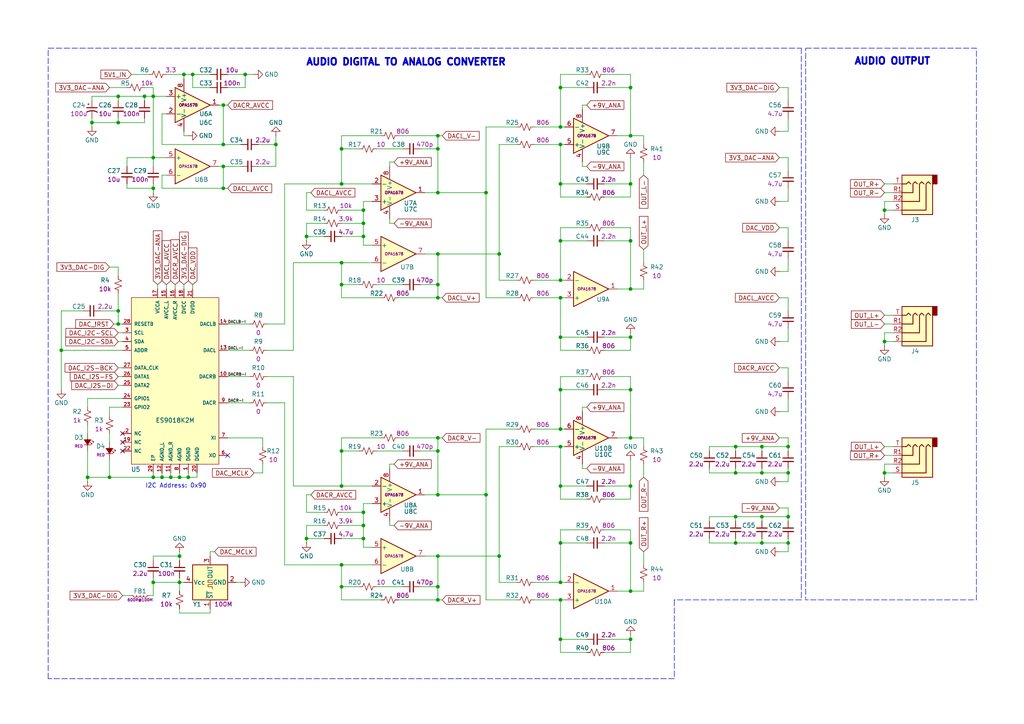
<source format=kicad_sch>
(kicad_sch (version 20250114) (generator "eeschema") (generator_version "9.0")
  (paper "A4")
  (title_block (title "LightSABRE DAC") (date "2026-01-09") (rev "1.0") (company "itz-embedded") (comment 1 "Author: D. Murgia"))
  (rectangle (start 233.68 13.97) (end 283.21 173.99) (stroke (width 0) (type dash)))
  (text "AUDIO OUTPUT" (at 247.65 19.05 0) (effects (font (size 2 2) (thickness 0.4978) (bold yes)) (justify left bottom)))
  (text "AUDIO DIGITAL TO ANALOG CONVERTER" (at 88.646 19.304 0) (effects (font (size 2 2) (thickness 0.4978) (bold yes)) (justify left bottom)))
  (text "I2C Address: 0x90" (at 42.164 141.732 0) (effects (font (size 1.27 1.27)) (justify left bottom)))
  (junction (at 55.88 21.59))
  (junction (at 162.56 53.34))
  (junction (at 99.06 170.18))
  (junction (at 182.88 53.34))
  (junction (at 64.77 48.26))
  (junction (at 162.56 157.48))
  (junction (at 127 170.18))
  (junction (at 99.06 163.83))
  (junction (at 127 73.66))
  (junction (at 99.06 53.34))
  (junction (at 228.6 149.86))
  (junction (at 44.45 168.91))
  (junction (at 99.06 82.55))
  (junction (at 127 43.18))
  (junction (at 127 127))
  (junction (at 144.78 73.66))
  (junction (at 34.29 93.98))
  (junction (at 99.06 140.97))
  (junction (at 182.88 113.03))
  (junction (at 182.88 25.4))
  (junction (at 182.88 171.45))
  (junction (at 140.97 143.51))
  (junction (at 105.41 64.77))
  (junction (at 182.88 185.42))
  (junction (at 99.06 76.2))
  (junction (at 25.4 138.43))
  (junction (at 162.56 124.46))
  (junction (at 182.88 69.85))
  (junction (at 44.45 45.72))
  (junction (at 127 82.55))
  (junction (at 213.36 129.54))
  (junction (at 105.41 152.4))
  (junction (at 127 143.51))
  (junction (at 162.56 185.42))
  (junction (at 99.06 43.18))
  (junction (at 53.34 21.59))
  (junction (at 162.56 140.97))
  (junction (at 213.36 157.48))
  (junction (at 140.97 55.88))
  (junction (at 105.41 148.59))
  (junction (at 162.56 69.85))
  (junction (at 144.78 161.29))
  (junction (at 162.56 97.79))
  (junction (at 162.56 41.91))
  (junction (at 127 173.99))
  (junction (at 34.29 27.94))
  (junction (at 162.56 86.36))
  (junction (at 105.41 156.21))
  (junction (at 220.98 129.54))
  (junction (at 162.56 81.28))
  (junction (at 162.56 36.83))
  (junction (at 88.9 68.58))
  (junction (at 17.78 101.6))
  (junction (at 64.77 54.61))
  (junction (at 41.91 27.94))
  (junction (at 182.88 97.79))
  (junction (at 228.6 129.54))
  (junction (at 182.88 83.82))
  (junction (at 80.01 41.91))
  (junction (at 213.36 137.16))
  (junction (at 44.45 27.94))
  (junction (at 127 161.29))
  (junction (at 46.99 138.43))
  (junction (at 182.88 140.97))
  (junction (at 220.98 157.48))
  (junction (at 52.07 168.91))
  (junction (at 220.98 137.16))
  (junction (at 220.98 149.86))
  (junction (at 26.67 35.56))
  (junction (at 99.06 130.81))
  (junction (at 52.07 161.29))
  (junction (at 182.88 39.37))
  (junction (at 228.6 157.48))
  (junction (at 34.29 90.17))
  (junction (at 213.36 149.86))
  (junction (at 105.41 68.58))
  (junction (at 162.56 173.99))
  (junction (at 71.12 21.59))
  (junction (at 44.45 54.61))
  (junction (at 182.88 127))
  (junction (at 127 55.88))
  (junction (at 64.77 41.91))
  (junction (at 127 39.37))
  (junction (at 31.75 138.43))
  (junction (at 127 130.81))
  (junction (at 256.54 99.06))
  (junction (at 182.88 157.48))
  (junction (at 162.56 129.54))
  (junction (at 162.56 113.03))
  (junction (at 127 86.36))
  (junction (at 162.56 25.4))
  (junction (at 64.77 30.48))
  (junction (at 88.9 156.21))
  (junction (at 162.56 168.91))
  (junction (at 228.6 137.16))
  (junction (at 105.41 60.96))
  (junction (at 256.54 137.16))
  (junction (at 256.54 60.96))
  (junction (at 54.61 138.43))
  (junction (at 49.53 138.43))
  (junction (at 52.07 138.43))
  (junction (at 44.45 138.43))
  (junction (at 34.29 35.56))
  (no_connect (at 35.56 130.81))
  (no_connect (at 35.56 128.27))
  (no_connect (at 35.56 125.73))
  (no_connect (at 66.04 132.08))
  (wire (pts (xy 127 173.99) (xy 128.27 173.99)))
  (wire (pts (xy 149.86 36.83) (xy 140.97 36.83)))
  (wire (pts (xy 144.78 41.91) (xy 149.86 41.91)))
  (wire (pts (xy 113.03 46.99) (xy 113.03 48.26)))
  (wire (pts (xy 228.6 156.21) (xy 228.6 157.48)))
  (wire (pts (xy 104.14 170.18) (xy 99.06 170.18)))
  (wire (pts (xy 256.54 53.34) (xy 259.08 53.34)))
  (wire (pts (xy 182.88 133.35) (xy 182.88 140.97)))
  (wire (pts (xy 162.56 168.91) (xy 163.83 168.91)))
  (wire (pts (xy 213.36 157.48) (xy 213.36 156.21)))
  (wire (pts (xy 186.69 46.99) (xy 186.69 50.8)))
  (wire (pts (xy 220.98 137.16) (xy 228.6 137.16)))
  (wire (pts (xy 105.41 71.12) (xy 107.95 71.12)))
  (wire (pts (xy 105.41 146.05) (xy 105.41 148.59)))
  (wire (pts (xy 220.98 129.54) (xy 213.36 129.54)))
  (wire (pts (xy 99.06 152.4) (xy 105.41 152.4)))
  (wire (pts (xy 34.29 106.68) (xy 35.56 106.68)))
  (wire (pts (xy 17.78 101.6) (xy 35.56 101.6)))
  (wire (pts (xy 228.6 137.16) (xy 228.6 139.7)))
  (wire (pts (xy 175.26 21.59) (xy 182.88 21.59)))
  (wire (pts (xy 80.01 39.37) (xy 80.01 41.91)))
  (wire (pts (xy 228.6 106.68) (xy 228.6 110.49)))
  (wire (pts (xy 140.97 143.51) (xy 127 143.51)))
  (wire (pts (xy 162.56 185.42) (xy 162.56 189.23)))
  (wire (pts (xy 140.97 36.83) (xy 140.97 55.88)))
  (wire (pts (xy 162.56 109.22) (xy 170.18 109.22)))
  (wire (pts (xy 88.9 156.21) (xy 88.9 157.48)))
  (wire (pts (xy 220.98 149.86) (xy 213.36 149.86)))
  (wire (pts (xy 66.04 21.59) (xy 71.12 21.59)))
  (wire (pts (xy 53.34 82.55) (xy 53.34 83.82)))
  (wire (pts (xy 113.03 151.13) (xy 113.03 152.4)))
  (wire (pts (xy 140.97 124.46) (xy 140.97 143.51)))
  (wire (pts (xy 175.26 185.42) (xy 182.88 185.42)))
  (wire (pts (xy 127 86.36) (xy 128.27 86.36)))
  (wire (pts (xy 226.06 127) (xy 228.6 127)))
  (wire (pts (xy 220.98 135.89) (xy 220.98 137.16)))
  (wire (pts (xy 105.41 152.4) (xy 105.41 156.21)))
  (wire (pts (xy 66.04 25.4) (xy 71.12 25.4)))
  (wire (pts (xy 182.88 185.42) (xy 182.88 189.23)))
  (wire (pts (xy 179.07 83.82) (xy 182.88 83.82)))
  (wire (pts (xy 123.19 55.88) (xy 127 55.88)))
  (wire (pts (xy 99.06 86.36) (xy 110.49 86.36)))
  (wire (pts (xy 33.02 93.98) (xy 34.29 93.98)))
  (wire (pts (xy 17.78 101.6) (xy 17.78 113.03)))
  (wire (pts (xy 34.29 85.09) (xy 34.29 90.17)))
  (wire (pts (xy 162.56 69.85) (xy 162.56 81.28)))
  (wire (pts (xy 162.56 189.23) (xy 170.18 189.23)))
  (wire (pts (xy 162.56 144.78) (xy 170.18 144.78)))
  (wire (pts (xy 175.26 153.67) (xy 182.88 153.67)))
  (wire (pts (xy 99.06 53.34) (xy 107.95 53.34)))
  (wire (pts (xy 49.53 137.16) (xy 49.53 138.43)))
  (wire (pts (xy 109.22 82.55) (xy 116.84 82.55)))
  (wire (pts (xy 182.88 140.97) (xy 182.88 144.78)))
  (wire (pts (xy 105.41 156.21) (xy 105.41 158.75)))
  (wire (pts (xy 162.56 185.42) (xy 170.18 185.42)))
  (wire (pts (xy 26.67 27.94) (xy 34.29 27.94)))
  (wire (pts (xy 205.74 129.54) (xy 205.74 130.81)))
  (wire (pts (xy 127 82.55) (xy 127 86.36)))
  (wire (pts (xy 220.98 129.54) (xy 220.98 130.81)))
  (wire (pts (xy 76.2 127) (xy 76.2 129.54)))
  (wire (pts (xy 162.56 153.67) (xy 170.18 153.67)))
  (wire (pts (xy 149.86 81.28) (xy 144.78 81.28)))
  (wire (pts (xy 52.07 138.43) (xy 54.61 138.43)))
  (wire (pts (xy 53.34 21.59) (xy 55.88 21.59)))
  (wire (pts (xy 179.07 171.45) (xy 182.88 171.45)))
  (wire (pts (xy 26.67 34.29) (xy 26.67 35.56)))
  (wire (pts (xy 44.45 54.61) (xy 44.45 55.88)))
  (wire (pts (xy 109.22 130.81) (xy 116.84 130.81)))
  (wire (pts (xy 256.54 137.16) (xy 256.54 138.43)))
  (wire (pts (xy 175.26 53.34) (xy 182.88 53.34)))
  (wire (pts (xy 121.92 170.18) (xy 127 170.18)))
  (wire (pts (xy 162.56 97.79) (xy 170.18 97.79)))
  (wire (pts (xy 182.88 25.4) (xy 182.88 39.37)))
  (wire (pts (xy 31.75 133.35) (xy 31.75 138.43)))
  (wire (pts (xy 226.06 106.68) (xy 228.6 106.68)))
  (wire (pts (xy 45.72 82.55) (xy 45.72 83.82)))
  (wire (pts (xy 88.9 148.59) (xy 93.98 148.59)))
  (wire (pts (xy 113.03 134.62) (xy 113.03 135.89)))
  (wire (pts (xy 256.54 132.08) (xy 259.08 132.08)))
  (wire (pts (xy 162.56 129.54) (xy 162.56 140.97)))
  (polyline (pts (xy 195.58 196.85) (xy 13.97 196.85)) (stroke (width 0) (type dash)))
  (wire (pts (xy 99.06 170.18) (xy 99.06 173.99)))
  (wire (pts (xy 162.56 97.79) (xy 162.56 101.6)))
  (wire (pts (xy 48.26 82.55) (xy 48.26 83.82)))
  (wire (pts (xy 220.98 156.21) (xy 220.98 157.48)))
  (wire (pts (xy 175.26 140.97) (xy 182.88 140.97)))
  (wire (pts (xy 99.06 39.37) (xy 110.49 39.37)))
  (wire (pts (xy 52.07 177.8) (xy 60.96 177.8)))
  (wire (pts (xy 113.03 64.77) (xy 114.3 64.77)))
  (wire (pts (xy 175.26 113.03) (xy 182.88 113.03)))
  (wire (pts (xy 162.56 69.85) (xy 170.18 69.85)))
  (wire (pts (xy 88.9 55.88) (xy 88.9 60.96)))
  (wire (pts (xy 66.04 101.6) (xy 72.39 101.6)))
  (wire (pts (xy 213.36 149.86) (xy 213.36 151.13)))
  (wire (pts (xy 52.07 168.91) (xy 53.34 168.91)))
  (wire (pts (xy 168.91 135.89) (xy 170.18 135.89)))
  (wire (pts (xy 220.98 149.86) (xy 228.6 149.86)))
  (wire (pts (xy 226.06 78.74) (xy 228.6 78.74)))
  (wire (pts (xy 175.26 189.23) (xy 182.88 189.23)))
  (wire (pts (xy 123.19 73.66) (xy 127 73.66)))
  (wire (pts (xy 71.12 25.4) (xy 71.12 21.59)))
  (wire (pts (xy 228.6 115.57) (xy 228.6 119.38)))
  (wire (pts (xy 182.88 113.03) (xy 182.88 127)))
  (wire (pts (xy 213.36 129.54) (xy 213.36 130.81)))
  (wire (pts (xy 64.77 54.61) (xy 46.99 54.61)))
  (wire (pts (xy 41.91 35.56) (xy 34.29 35.56)))
  (wire (pts (xy 26.67 35.56) (xy 26.67 36.83)))
  (wire (pts (xy 55.88 21.59) (xy 60.96 21.59)))
  (wire (pts (xy 99.06 156.21) (xy 105.41 156.21)))
  (wire (pts (xy 44.45 53.34) (xy 44.45 54.61)))
  (wire (pts (xy 82.55 53.34) (xy 99.06 53.34)))
  (wire (pts (xy 175.26 101.6) (xy 182.88 101.6)))
  (wire (pts (xy 46.99 50.8) (xy 46.99 54.61)))
  (wire (pts (xy 99.06 163.83) (xy 107.95 163.83)))
  (wire (pts (xy 36.83 45.72) (xy 44.45 45.72)))
  (wire (pts (xy 123.19 143.51) (xy 127 143.51)))
  (wire (pts (xy 85.09 140.97) (xy 99.06 140.97)))
  (wire (pts (xy 140.97 55.88) (xy 140.97 86.36)))
  (wire (pts (xy 29.21 90.17) (xy 34.29 90.17)))
  (wire (pts (xy 149.86 124.46) (xy 140.97 124.46)))
  (wire (pts (xy 259.08 96.52) (xy 256.54 96.52)))
  (wire (pts (xy 226.06 58.42) (xy 228.6 58.42)))
  (wire (pts (xy 256.54 134.62) (xy 256.54 137.16)))
  (wire (pts (xy 46.99 33.02) (xy 46.99 41.91)))
  (wire (pts (xy 186.69 160.02) (xy 186.69 163.83)))
  (wire (pts (xy 104.14 130.81) (xy 99.06 130.81)))
  (wire (pts (xy 50.8 82.55) (xy 50.8 83.82)))
  (wire (pts (xy 93.98 152.4) (xy 88.9 152.4)))
  (wire (pts (xy 60.96 160.02) (xy 62.23 160.02)))
  (wire (pts (xy 34.29 109.22) (xy 35.56 109.22)))
  (wire (pts (xy 162.56 66.04) (xy 170.18 66.04)))
  (wire (pts (xy 182.88 157.48) (xy 182.88 171.45)))
  (polyline (pts (xy 13.97 196.85) (xy 13.97 13.97)) (stroke (width 0) (type dash)))
  (wire (pts (xy 256.54 91.44) (xy 259.08 91.44)))
  (wire (pts (xy 228.6 45.72) (xy 228.6 49.53)))
  (wire (pts (xy 228.6 135.89) (xy 228.6 137.16)))
  (wire (pts (xy 114.3 46.99) (xy 113.03 46.99)))
  (wire (pts (xy 99.06 148.59) (xy 105.41 148.59)))
  (wire (pts (xy 109.22 43.18) (xy 116.84 43.18)))
  (wire (pts (xy 162.56 124.46) (xy 163.83 124.46)))
  (wire (pts (xy 162.56 109.22) (xy 162.56 113.03)))
  (wire (pts (xy 99.06 60.96) (xy 105.41 60.96)))
  (wire (pts (xy 162.56 25.4) (xy 162.56 36.83)))
  (wire (pts (xy 256.54 58.42) (xy 256.54 60.96)))
  (wire (pts (xy 57.15 137.16) (xy 57.15 138.43)))
  (polyline (pts (xy 195.58 173.99) (xy 195.58 196.85)) (stroke (width 0) (type dash)))
  (wire (pts (xy 41.91 29.21) (xy 41.91 27.94)))
  (wire (pts (xy 127 39.37) (xy 128.27 39.37)))
  (wire (pts (xy 105.41 64.77) (xy 105.41 68.58)))
  (wire (pts (xy 213.36 157.48) (xy 205.74 157.48)))
  (wire (pts (xy 175.26 97.79) (xy 182.88 97.79)))
  (wire (pts (xy 127 127) (xy 128.27 127)))
  (wire (pts (xy 140.97 55.88) (xy 127 55.88)))
  (wire (pts (xy 213.36 129.54) (xy 205.74 129.54)))
  (wire (pts (xy 53.34 21.59) (xy 53.34 22.86)))
  (wire (pts (xy 213.36 137.16) (xy 205.74 137.16)))
  (wire (pts (xy 44.45 27.94) (xy 48.26 27.94)))
  (wire (pts (xy 175.26 157.48) (xy 182.88 157.48)))
  (wire (pts (xy 34.29 93.98) (xy 35.56 93.98)))
  (wire (pts (xy 162.56 21.59) (xy 162.56 25.4)))
  (wire (pts (xy 121.92 130.81) (xy 127 130.81)))
  (wire (pts (xy 228.6 25.4) (xy 228.6 29.21)))
  (wire (pts (xy 114.3 134.62) (xy 113.03 134.62)))
  (wire (pts (xy 76.2 134.62) (xy 76.2 137.16)))
  (wire (pts (xy 99.06 76.2) (xy 99.06 82.55)))
  (polyline (pts (xy 13.97 13.97) (xy 232.41 13.97)) (stroke (width 0) (type dash)))
  (wire (pts (xy 123.19 161.29) (xy 127 161.29)))
  (wire (pts (xy 43.18 172.72) (xy 44.45 172.72)))
  (wire (pts (xy 105.41 158.75) (xy 107.95 158.75)))
  (wire (pts (xy 168.91 46.99) (xy 168.91 48.26)))
  (wire (pts (xy 44.45 137.16) (xy 44.45 138.43)))
  (wire (pts (xy 186.69 83.82) (xy 182.88 83.82)))
  (wire (pts (xy 44.45 168.91) (xy 52.07 168.91)))
  (wire (pts (xy 162.56 57.15) (xy 170.18 57.15)))
  (wire (pts (xy 99.06 43.18) (xy 99.06 53.34)))
  (wire (pts (xy 88.9 68.58) (xy 93.98 68.58)))
  (wire (pts (xy 220.98 157.48) (xy 228.6 157.48)))
  (wire (pts (xy 186.69 127) (xy 186.69 129.54)))
  (wire (pts (xy 259.08 134.62) (xy 256.54 134.62)))
  (wire (pts (xy 168.91 134.62) (xy 168.91 135.89)))
  (wire (pts (xy 44.45 167.64) (xy 44.45 168.91)))
  (wire (pts (xy 60.96 161.29) (xy 60.96 160.02)))
  (wire (pts (xy 88.9 60.96) (xy 93.98 60.96)))
  (wire (pts (xy 82.55 116.84) (xy 82.55 163.83)))
  (wire (pts (xy 154.94 129.54) (xy 162.56 129.54)))
  (wire (pts (xy 144.78 73.66) (xy 144.78 81.28)))
  (wire (pts (xy 226.06 45.72) (xy 228.6 45.72)))
  (wire (pts (xy 38.1 21.59) (xy 43.18 21.59)))
  (wire (pts (xy 182.88 153.67) (xy 182.88 157.48)))
  (wire (pts (xy 186.69 72.39) (xy 186.69 76.2)))
  (wire (pts (xy 220.98 129.54) (xy 228.6 129.54)))
  (wire (pts (xy 26.67 27.94) (xy 26.67 29.21)))
  (wire (pts (xy 182.88 127) (xy 186.69 127)))
  (wire (pts (xy 25.4 130.81) (xy 25.4 138.43)))
  (wire (pts (xy 140.97 173.99) (xy 149.86 173.99)))
  (wire (pts (xy 55.88 82.55) (xy 55.88 83.82)))
  (wire (pts (xy 80.01 41.91) (xy 80.01 48.26)))
  (wire (pts (xy 113.03 152.4) (xy 114.3 152.4)))
  (wire (pts (xy 213.36 135.89) (xy 213.36 137.16)))
  (wire (pts (xy 34.29 111.76) (xy 35.56 111.76)))
  (wire (pts (xy 85.09 76.2) (xy 99.06 76.2)))
  (wire (pts (xy 36.83 54.61) (xy 44.45 54.61)))
  (wire (pts (xy 226.06 38.1) (xy 228.6 38.1)))
  (wire (pts (xy 256.54 137.16) (xy 259.08 137.16)))
  (wire (pts (xy 168.91 30.48) (xy 170.18 30.48)))
  (wire (pts (xy 48.26 50.8) (xy 46.99 50.8)))
  (wire (pts (xy 228.6 157.48) (xy 228.6 160.02)))
  (wire (pts (xy 64.77 48.26) (xy 69.85 48.26)))
  (wire (pts (xy 179.07 127) (xy 182.88 127)))
  (wire (pts (xy 99.06 130.81) (xy 99.06 140.97)))
  (wire (pts (xy 186.69 81.28) (xy 186.69 83.82)))
  (wire (pts (xy 168.91 48.26) (xy 170.18 48.26)))
  (wire (pts (xy 104.14 43.18) (xy 99.06 43.18)))
  (wire (pts (xy 127 39.37) (xy 115.57 39.37)))
  (wire (pts (xy 168.91 30.48) (xy 168.91 31.75)))
  (wire (pts (xy 60.96 25.4) (xy 55.88 25.4)))
  (wire (pts (xy 175.26 66.04) (xy 182.88 66.04)))
  (wire (pts (xy 228.6 130.81) (xy 228.6 129.54)))
  (wire (pts (xy 121.92 43.18) (xy 127 43.18)))
  (wire (pts (xy 52.07 161.29) (xy 52.07 162.56)))
  (wire (pts (xy 44.45 27.94) (xy 44.45 45.72)))
  (wire (pts (xy 162.56 36.83) (xy 163.83 36.83)))
  (wire (pts (xy 88.9 152.4) (xy 88.9 156.21)))
  (wire (pts (xy 64.77 41.91) (xy 69.85 41.91)))
  (wire (pts (xy 182.88 53.34) (xy 182.88 57.15)))
  (wire (pts (xy 44.45 45.72) (xy 48.26 45.72)))
  (wire (pts (xy 55.88 25.4) (xy 55.88 21.59)))
  (wire (pts (xy 41.91 34.29) (xy 41.91 35.56)))
  (wire (pts (xy 127 73.66) (xy 127 82.55)))
  (wire (pts (xy 226.06 25.4) (xy 228.6 25.4)))
  (wire (pts (xy 74.93 48.26) (xy 80.01 48.26)))
  (wire (pts (xy 226.06 86.36) (xy 228.6 86.36)))
  (wire (pts (xy 175.26 25.4) (xy 182.88 25.4)))
  (wire (pts (xy 44.45 161.29) (xy 44.45 162.56)))
  (wire (pts (xy 162.56 86.36) (xy 162.56 97.79)))
  (wire (pts (xy 52.07 168.91) (xy 52.07 171.45)))
  (wire (pts (xy 175.26 69.85) (xy 182.88 69.85)))
  (wire (pts (xy 31.75 118.11) (xy 35.56 118.11)))
  (wire (pts (xy 54.61 138.43) (xy 57.15 138.43)))
  (wire (pts (xy 48.26 21.59) (xy 53.34 21.59)))
  (wire (pts (xy 162.56 101.6) (xy 170.18 101.6)))
  (wire (pts (xy 162.56 41.91) (xy 162.56 53.34)))
  (wire (pts (xy 31.75 25.4) (xy 36.83 25.4)))
  (wire (pts (xy 46.99 41.91) (xy 64.77 41.91)))
  (wire (pts (xy 99.06 76.2) (xy 107.95 76.2)))
  (wire (pts (xy 46.99 138.43) (xy 49.53 138.43)))
  (wire (pts (xy 186.69 134.62) (xy 186.69 138.43)))
  (wire (pts (xy 256.54 99.06) (xy 256.54 100.33)))
  (wire (pts (xy 64.77 30.48) (xy 63.5 30.48)))
  (wire (pts (xy 154.94 81.28) (xy 162.56 81.28)))
  (wire (pts (xy 71.12 21.59) (xy 73.66 21.59)))
  (wire (pts (xy 228.6 74.93) (xy 228.6 78.74)))
  (wire (pts (xy 144.78 161.29) (xy 144.78 168.91)))
  (wire (pts (xy 49.53 138.43) (xy 52.07 138.43)))
  (wire (pts (xy 205.74 157.48) (xy 205.74 156.21)))
  (wire (pts (xy 25.4 115.57) (xy 35.56 115.57)))
  (wire (pts (xy 105.41 148.59) (xy 105.41 152.4)))
  (wire (pts (xy 60.96 177.8) (xy 60.96 176.53)))
  (wire (pts (xy 99.06 64.77) (xy 105.41 64.77)))
  (wire (pts (xy 105.41 58.42) (xy 105.41 60.96)))
  (wire (pts (xy 105.41 60.96) (xy 105.41 64.77)))
  (wire (pts (xy 154.94 41.91) (xy 162.56 41.91)))
  (wire (pts (xy 256.54 60.96) (xy 259.08 60.96)))
  (wire (pts (xy 99.06 82.55) (xy 99.06 86.36)))
  (wire (pts (xy 162.56 66.04) (xy 162.56 69.85)))
  (wire (pts (xy 99.06 163.83) (xy 99.06 170.18)))
  (wire (pts (xy 34.29 90.17) (xy 34.29 93.98)))
  (wire (pts (xy 34.29 96.52) (xy 35.56 96.52)))
  (wire (pts (xy 228.6 127) (xy 228.6 129.54)))
  (wire (pts (xy 162.56 81.28) (xy 163.83 81.28)))
  (wire (pts (xy 228.6 151.13) (xy 228.6 149.86)))
  (wire (pts (xy 228.6 66.04) (xy 228.6 69.85)))
  (wire (pts (xy 162.56 53.34) (xy 162.56 57.15)))
  (wire (pts (xy 93.98 64.77) (xy 88.9 64.77)))
  (wire (pts (xy 77.47 116.84) (xy 82.55 116.84)))
  (wire (pts (xy 162.56 140.97) (xy 170.18 140.97)))
  (wire (pts (xy 46.99 137.16) (xy 46.99 138.43)))
  (wire (pts (xy 99.06 68.58) (xy 105.41 68.58)))
  (wire (pts (xy 226.06 160.02) (xy 228.6 160.02)))
  (wire (pts (xy 31.75 138.43) (xy 44.45 138.43)))
  (wire (pts (xy 168.91 118.11) (xy 170.18 118.11)))
  (wire (pts (xy 25.4 138.43) (xy 31.75 138.43)))
  (wire (pts (xy 226.06 66.04) (xy 228.6 66.04)))
  (wire (pts (xy 52.07 167.64) (xy 52.07 168.91)))
  (wire (pts (xy 127 170.18) (xy 127 173.99)))
  (wire (pts (xy 186.69 171.45) (xy 182.88 171.45)))
  (wire (pts (xy 182.88 21.59) (xy 182.88 25.4)))
  (wire (pts (xy 228.6 86.36) (xy 228.6 90.17)))
  (wire (pts (xy 82.55 163.83) (xy 99.06 163.83)))
  (wire (pts (xy 127 130.81) (xy 127 143.51)))
  (wire (pts (xy 256.54 60.96) (xy 256.54 62.23)))
  (wire (pts (xy 256.54 96.52) (xy 256.54 99.06)))
  (wire (pts (xy 109.22 170.18) (xy 116.84 170.18)))
  (wire (pts (xy 163.83 86.36) (xy 162.56 86.36)))
  (wire (pts (xy 259.08 58.42) (xy 256.54 58.42)))
  (wire (pts (xy 127 127) (xy 115.57 127)))
  (wire (pts (xy 34.29 99.06) (xy 35.56 99.06)))
  (wire (pts (xy 41.91 27.94) (xy 44.45 27.94)))
  (wire (pts (xy 182.88 97.79) (xy 182.88 101.6)))
  (wire (pts (xy 74.93 41.91) (xy 80.01 41.91)))
  (wire (pts (xy 31.75 77.47) (xy 34.29 77.47)))
  (wire (pts (xy 68.58 168.91) (xy 69.85 168.91)))
  (wire (pts (xy 127 39.37) (xy 127 43.18)))
  (wire (pts (xy 36.83 53.34) (xy 36.83 54.61)))
  (wire (pts (xy 213.36 137.16) (xy 220.98 137.16)))
  (wire (pts (xy 127 86.36) (xy 115.57 86.36)))
  (wire (pts (xy 88.9 143.51) (xy 88.9 148.59)))
  (wire (pts (xy 256.54 55.88) (xy 259.08 55.88)))
  (wire (pts (xy 77.47 101.6) (xy 85.09 101.6)))
  (wire (pts (xy 144.78 41.91) (xy 144.78 73.66)))
  (wire (pts (xy 256.54 93.98) (xy 259.08 93.98)))
  (wire (pts (xy 144.78 129.54) (xy 144.78 161.29)))
  (wire (pts (xy 17.78 90.17) (xy 24.13 90.17)))
  (wire (pts (xy 17.78 90.17) (xy 17.78 101.6)))
  (wire (pts (xy 104.14 82.55) (xy 99.06 82.55)))
  (wire (pts (xy 175.26 144.78) (xy 182.88 144.78)))
  (wire (pts (xy 182.88 184.15) (xy 182.88 185.42)))
  (wire (pts (xy 162.56 113.03) (xy 170.18 113.03)))
  (wire (pts (xy 175.26 57.15) (xy 182.88 57.15)))
  (wire (pts (xy 99.06 127) (xy 99.06 130.81)))
  (wire (pts (xy 179.07 39.37) (xy 182.88 39.37)))
  (wire (pts (xy 99.06 39.37) (xy 99.06 43.18)))
  (wire (pts (xy 154.94 86.36) (xy 162.56 86.36)))
  (wire (pts (xy 54.61 138.43) (xy 54.61 137.16)))
  (wire (pts (xy 34.29 35.56) (xy 34.29 34.29)))
  (wire (pts (xy 105.41 68.58) (xy 105.41 71.12)))
  (wire (pts (xy 220.98 157.48) (xy 213.36 157.48)))
  (wire (pts (xy 140.97 86.36) (xy 149.86 86.36)))
  (wire (pts (xy 163.83 173.99) (xy 162.56 173.99)))
  (polyline (pts (xy 232.41 173.99) (xy 195.58 173.99)) (stroke (width 0) (type dash)))
  (wire (pts (xy 149.86 168.91) (xy 144.78 168.91)))
  (wire (pts (xy 64.77 48.26) (xy 63.5 48.26)))
  (wire (pts (xy 64.77 30.48) (xy 66.04 30.48)))
  (wire (pts (xy 162.56 173.99) (xy 162.56 185.42)))
  (wire (pts (xy 52.07 176.53) (xy 52.07 177.8)))
  (wire (pts (xy 127 173.99) (xy 115.57 173.99)))
  (wire (pts (xy 66.04 109.22) (xy 72.39 109.22)))
  (wire (pts (xy 127 127) (xy 127 130.81)))
  (wire (pts (xy 256.54 129.54) (xy 259.08 129.54)))
  (wire (pts (xy 256.54 99.06) (xy 259.08 99.06)))
  (wire (pts (xy 64.77 30.48) (xy 64.77 41.91)))
  (wire (pts (xy 73.66 137.16) (xy 76.2 137.16)))
  (wire (pts (xy 44.45 25.4) (xy 44.45 27.94)))
  (wire (pts (xy 53.34 39.37) (xy 54.61 39.37)))
  (wire (pts (xy 182.88 96.52) (xy 182.88 97.79)))
  (wire (pts (xy 25.4 118.11) (xy 25.4 115.57)))
  (wire (pts (xy 162.56 153.67) (xy 162.56 157.48)))
  (wire (pts (xy 64.77 48.26) (xy 64.77 54.61)))
  (wire (pts (xy 144.78 129.54) (xy 149.86 129.54)))
  (wire (pts (xy 36.83 48.26) (xy 36.83 45.72)))
  (wire (pts (xy 226.06 139.7) (xy 228.6 139.7)))
  (wire (pts (xy 226.06 147.32) (xy 228.6 147.32)))
  (wire (pts (xy 52.07 137.16) (xy 52.07 138.43)))
  (wire (pts (xy 52.07 160.02) (xy 52.07 161.29)))
  (wire (pts (xy 205.74 149.86) (xy 205.74 151.13)))
  (wire (pts (xy 82.55 53.34) (xy 82.55 93.98)))
  (wire (pts (xy 226.06 119.38) (xy 228.6 119.38)))
  (wire (pts (xy 113.03 63.5) (xy 113.03 64.77)))
  (wire (pts (xy 53.34 38.1) (xy 53.34 39.37)))
  (wire (pts (xy 44.45 172.72) (xy 44.45 168.91)))
  (wire (pts (xy 182.88 66.04) (xy 182.88 69.85)))
  (wire (pts (xy 41.91 25.4) (xy 44.45 25.4)))
  (wire (pts (xy 66.04 127) (xy 76.2 127)))
  (wire (pts (xy 162.56 21.59) (xy 170.18 21.59)))
  (wire (pts (xy 228.6 95.25) (xy 228.6 99.06)))
  (wire (pts (xy 31.75 125.73) (xy 31.75 128.27)))
  (wire (pts (xy 34.29 29.21) (xy 34.29 27.94)))
  (wire (pts (xy 88.9 64.77) (xy 88.9 68.58)))
  (wire (pts (xy 99.06 173.99) (xy 110.49 173.99)))
  (wire (pts (xy 44.45 45.72) (xy 44.45 48.26)))
  (wire (pts (xy 186.69 39.37) (xy 186.69 41.91)))
  (wire (pts (xy 175.26 109.22) (xy 182.88 109.22)))
  (wire (pts (xy 162.56 113.03) (xy 162.56 124.46)))
  (wire (pts (xy 182.88 109.22) (xy 182.88 113.03)))
  (wire (pts (xy 154.94 168.91) (xy 162.56 168.91)))
  (wire (pts (xy 162.56 157.48) (xy 170.18 157.48)))
  (wire (pts (xy 25.4 138.43) (xy 25.4 139.7)))
  (wire (pts (xy 85.09 76.2) (xy 85.09 101.6)))
  (wire (pts (xy 48.26 33.02) (xy 46.99 33.02)))
  (wire (pts (xy 107.95 146.05) (xy 105.41 146.05)))
  (wire (pts (xy 99.06 140.97) (xy 107.95 140.97)))
  (wire (pts (xy 77.47 109.22) (xy 85.09 109.22)))
  (wire (pts (xy 154.94 173.99) (xy 162.56 173.99)))
  (wire (pts (xy 163.83 41.91) (xy 162.56 41.91)))
  (wire (pts (xy 163.83 129.54) (xy 162.56 129.54)))
  (wire (pts (xy 228.6 147.32) (xy 228.6 149.86)))
  (wire (pts (xy 44.45 138.43) (xy 46.99 138.43)))
  (wire (pts (xy 88.9 68.58) (xy 88.9 69.85)))
  (wire (pts (xy 31.75 118.11) (xy 31.75 120.65)))
  (wire (pts (xy 127 161.29) (xy 127 170.18)))
  (wire (pts (xy 34.29 27.94) (xy 41.91 27.94)))
  (wire (pts (xy 226.06 99.06) (xy 228.6 99.06)))
  (wire (pts (xy 162.56 25.4) (xy 170.18 25.4)))
  (wire (pts (xy 127 161.29) (xy 144.78 161.29)))
  (wire (pts (xy 228.6 34.29) (xy 228.6 38.1)))
  (wire (pts (xy 154.94 36.83) (xy 162.56 36.83)))
  (wire (pts (xy 35.56 172.72) (xy 38.1 172.72)))
  (wire (pts (xy 90.17 55.88) (xy 88.9 55.88)))
  (wire (pts (xy 140.97 143.51) (xy 140.97 173.99)))
  (polyline (pts (xy 232.41 13.97) (xy 232.41 173.99)) (stroke (width 0) (type dash)))
  (wire (pts (xy 182.88 39.37) (xy 186.69 39.37)))
  (wire (pts (xy 127 73.66) (xy 144.78 73.66)))
  (wire (pts (xy 64.77 54.61) (xy 66.04 54.61)))
  (wire (pts (xy 162.56 140.97) (xy 162.56 144.78)))
  (wire (pts (xy 26.67 35.56) (xy 34.29 35.56)))
  (wire (pts (xy 66.04 116.84) (xy 72.39 116.84)))
  (wire (pts (xy 213.36 149.86) (xy 205.74 149.86)))
  (wire (pts (xy 90.17 143.51) (xy 88.9 143.51)))
  (wire (pts (xy 25.4 123.19) (xy 25.4 125.73)))
  (wire (pts (xy 99.06 127) (xy 110.49 127)))
  (wire (pts (xy 228.6 54.61) (xy 228.6 58.42)))
  (wire (pts (xy 162.56 157.48) (xy 162.56 168.91)))
  (wire (pts (xy 205.74 137.16) (xy 205.74 135.89)))
  (wire (pts (xy 121.92 82.55) (xy 127 82.55)))
  (wire (pts (xy 162.56 53.34) (xy 170.18 53.34)))
  (wire (pts (xy 186.69 168.91) (xy 186.69 171.45)))
  (wire (pts (xy 182.88 45.72) (xy 182.88 53.34)))
  (wire (pts (xy 88.9 156.21) (xy 93.98 156.21)))
  (wire (pts (xy 220.98 149.86) (xy 220.98 151.13)))
  (wire (pts (xy 34.29 77.47) (xy 34.29 80.01)))
  (wire (pts (xy 182.88 69.85) (xy 182.88 83.82)))
  (wire (pts (xy 66.04 93.98) (xy 72.39 93.98)))
  (wire (pts (xy 168.91 118.11) (xy 168.91 119.38)))
  (wire (pts (xy 85.09 109.22) (xy 85.09 140.97)))
  (wire (pts (xy 154.94 124.46) (xy 162.56 124.46)))
  (wire (pts (xy 107.95 58.42) (xy 105.41 58.42)))
  (wire (pts (xy 77.47 93.98) (xy 82.55 93.98)))
  (wire (pts (xy 44.45 161.29) (xy 52.07 161.29)))
  (wire (pts (xy 127 43.18) (xy 127 55.88)))
  (label "DACRB-I" (at 66.04 109.22 0) (effects (font (size 0.8 0.8))))
  (label "DACLB-I" (at 66.04 93.98 0) (effects (font (size 0.8 0.8))))
  (label "DACL-I" (at 66.04 101.6 0) (effects (font (size 0.8 0.8))))
  (label "DACR-I" (at 66.04 116.84 0) (effects (font (size 0.8 0.8))))
  (global_label "-9V_ANA" (shape input) (at 114.3 152.4 0) (property "Intersheetrefs" "${INTERSHEET_REFS}" (effects (hide yes))))
  (global_label "-9V_ANA" (shape input) (at 170.18 48.26 0) (property "Intersheetrefs" "${INTERSHEET_REFS}" (effects (hide yes))))
  (global_label "DACL_AVCC" (shape input) (at 66.04 54.61 0) (property "Intersheetrefs" "${INTERSHEET_REFS}" (effects (hide yes))))
  (global_label "+9V_ANA" (shape input) (at 170.18 118.11 0) (property "Intersheetrefs" "${INTERSHEET_REFS}" (effects (hide yes))))
  (global_label "DACL_V-" (shape input) (at 128.27 39.37 0) (property "Intersheetrefs" "${INTERSHEET_REFS}" (effects (hide yes))))
  (global_label "DAC_I2S-DI" (shape input) (at 34.29 111.76 180) (property "Intersheetrefs" "${INTERSHEET_REFS}" (effects (hide yes))))
  (global_label "OUT_L+" (shape input) (at 256.54 91.44 180) (property "Intersheetrefs" "${INTERSHEET_REFS}" (effects (hide yes))))
  (global_label "5V1_IN" (shape input) (at 38.1 21.59 180) (property "Intersheetrefs" "${INTERSHEET_REFS}" (effects (hide yes))))
  (global_label "DAC_MCLK" (shape input) (at 62.23 160.02 0) (property "Intersheetrefs" "${INTERSHEET_REFS}" (effects (hide yes))))
  (global_label "OUT_R+" (shape input) (at 186.69 160.02 90) (property "Intersheetrefs" "${INTERSHEET_REFS}" (effects (hide yes))))
  (global_label "DACR_AVCC" (shape input) (at 66.04 30.48 0) (property "Intersheetrefs" "${INTERSHEET_REFS}" (effects (hide yes))))
  (global_label "3V3_DAC-DIG" (shape input) (at 31.75 77.47 180) (property "Intersheetrefs" "${INTERSHEET_REFS}" (effects (hide yes))))
  (global_label "3V3_DAC-ANA" (shape input) (at 31.75 25.4 180) (property "Intersheetrefs" "${INTERSHEET_REFS}" (effects (hide yes))))
  (global_label "OUT_R+" (shape input) (at 256.54 53.34 180) (property "Intersheetrefs" "${INTERSHEET_REFS}" (effects (hide yes))))
  (global_label "DACR_AVCC" (shape input) (at 226.06 106.68 180) (property "Intersheetrefs" "${INTERSHEET_REFS}" (effects (hide yes))))
  (global_label "OUT_R-" (shape input) (at 186.69 138.43 270) (property "Intersheetrefs" "${INTERSHEET_REFS}" (effects (hide yes))))
  (global_label "3V3_DAC-DIG" (shape input) (at 35.56 172.72 180) (property "Intersheetrefs" "${INTERSHEET_REFS}" (effects (hide yes))))
  (global_label "DACR_V+" (shape input) (at 128.27 173.99 0) (property "Intersheetrefs" "${INTERSHEET_REFS}" (effects (hide yes))))
  (global_label "3V3_DAC-ANA" (shape input) (at 226.06 45.72 180) (property "Intersheetrefs" "${INTERSHEET_REFS}" (effects (hide yes))))
  (global_label "OUT_L-" (shape input) (at 186.69 50.8 270) (property "Intersheetrefs" "${INTERSHEET_REFS}" (effects (hide yes))))
  (global_label "DACR_V-" (shape input) (at 128.27 127 0) (property "Intersheetrefs" "${INTERSHEET_REFS}" (effects (hide yes))))
  (global_label "DAC_!RST" (shape input) (at 33.02 93.98 180) (property "Intersheetrefs" "${INTERSHEET_REFS}" (effects (hide yes))))
  (global_label "DACL_AVCC" (shape input) (at 48.26 82.55 90) (property "Intersheetrefs" "${INTERSHEET_REFS}" (effects (hide yes))))
  (global_label "DAC_I2C-SCL" (shape input) (at 34.29 96.52 180) (property "Intersheetrefs" "${INTERSHEET_REFS}" (effects (hide yes))))
  (global_label "DACR_AVCC" (shape input) (at 50.8 82.55 90) (property "Intersheetrefs" "${INTERSHEET_REFS}" (effects (hide yes))))
  (global_label "DAC_I2S-FS" (shape input) (at 34.29 109.22 180) (property "Intersheetrefs" "${INTERSHEET_REFS}" (effects (hide yes))))
  (global_label "-9V_ANA" (shape input) (at 114.3 64.77 0) (property "Intersheetrefs" "${INTERSHEET_REFS}" (effects (hide yes))))
  (global_label "+9V_ANA" (shape input) (at 170.18 30.48 0) (property "Intersheetrefs" "${INTERSHEET_REFS}" (effects (hide yes))))
  (global_label "OUT_L+" (shape input) (at 256.54 129.54 180) (property "Intersheetrefs" "${INTERSHEET_REFS}" (effects (hide yes))))
  (global_label "DACL_V+" (shape input) (at 128.27 86.36 0) (property "Intersheetrefs" "${INTERSHEET_REFS}" (effects (hide yes))))
  (global_label "DAC_MCLK" (shape input) (at 73.66 137.16 180) (property "Intersheetrefs" "${INTERSHEET_REFS}" (effects (hide yes))))
  (global_label "DAC_I2C-SDA" (shape input) (at 34.29 99.06 180) (property "Intersheetrefs" "${INTERSHEET_REFS}" (effects (hide yes))))
  (global_label "OUT_L-" (shape input) (at 256.54 93.98 180) (property "Intersheetrefs" "${INTERSHEET_REFS}" (effects (hide yes))))
  (global_label "+9V_ANA" (shape input) (at 114.3 46.99 0) (property "Intersheetrefs" "${INTERSHEET_REFS}" (effects (hide yes))))
  (global_label "3V3_DAC-DIG" (shape input) (at 226.06 25.4 180) (property "Intersheetrefs" "${INTERSHEET_REFS}" (effects (hide yes))))
  (global_label "+9V_ANA" (shape input) (at 114.3 134.62 0) (property "Intersheetrefs" "${INTERSHEET_REFS}" (effects (hide yes))))
  (global_label "DAC_I2S-BCK" (shape input) (at 34.29 106.68 180) (property "Intersheetrefs" "${INTERSHEET_REFS}" (effects (hide yes))))
  (global_label "OUT_R-" (shape input) (at 256.54 55.88 180) (property "Intersheetrefs" "${INTERSHEET_REFS}" (effects (hide yes))))
  (global_label "DACL_AVCC" (shape input) (at 90.17 55.88 0) (property "Intersheetrefs" "${INTERSHEET_REFS}" (effects (hide yes))))
  (global_label "-9V_ANA" (shape input) (at 170.18 135.89 0) (property "Intersheetrefs" "${INTERSHEET_REFS}" (effects (hide yes))))
  (global_label "DACL_AVCC" (shape input) (at 226.06 86.36 180) (property "Intersheetrefs" "${INTERSHEET_REFS}" (effects (hide yes))))
  (global_label "DAC_VDD" (shape input) (at 226.06 66.04 180) (property "Intersheetrefs" "${INTERSHEET_REFS}" (effects (hide yes))))
  (global_label "3V3_DAC-ANA" (shape input) (at 45.72 82.55 90) (property "Intersheetrefs" "${INTERSHEET_REFS}" (effects (hide yes))))
  (global_label "+9V_ANA" (shape input) (at 226.06 127 180) (property "Intersheetrefs" "${INTERSHEET_REFS}" (effects (hide yes))))
  (global_label "DAC_VDD" (shape input) (at 55.88 82.55 90) (property "Intersheetrefs" "${INTERSHEET_REFS}" (effects (hide yes))))
  (global_label "DACR_AVCC" (shape input) (at 90.17 143.51 0) (property "Intersheetrefs" "${INTERSHEET_REFS}" (effects (hide yes))))
  (global_label "3V3_DAC-DIG" (shape input) (at 53.34 82.55 90) (property "Intersheetrefs" "${INTERSHEET_REFS}" (effects (hide yes))))
  (global_label "-9V_ANA" (shape input) (at 226.06 147.32 180) (property "Intersheetrefs" "${INTERSHEET_REFS}" (effects (hide yes))))
  (global_label "OUT_L+" (shape input) (at 186.69 72.39 90) (property "Intersheetrefs" "${INTERSHEET_REFS}" (effects (hide yes))))
  (global_label "OUT_R+" (shape input) (at 256.54 132.08 180) (property "Intersheetrefs" "${INTERSHEET_REFS}" (effects (hide yes))))
  (symbol (lib_id "dm_RES_SMD:RES-806-0.1%-0.063W-THIN-0402_001") (at 172.72 144.78 90) (unit 1)
    (property "Reference" "R38" (at 168.91 143.51 90))
    (property "Value" "RES-806-0.1%-0.063W-THIN-0402_001" (effects (hide yes)))
    (property "Footprint" "Resistor_SMD:R_0402_1005Metric" (effects (hide yes)))
    (property "Description" "YAGEO 806 Ohms ±0.1% 0.063W, 1/16W Thin Film Chip Resistor 0402" (effects (hide yes)))
    (property "Descr" "RES 806 OHM 0.1% 1/16W THIN FILM 0402" (effects (hide yes)))
    (property "MPN" "RT0402BRD07806RL" (effects (hide yes)))
    (property "LCSC" "C852922" (effects (hide yes)))
    (property "MOUSER" "603-RT0402BRD07806RL" (effects (hide yes)))
    (property "DIGIKEY" "YAG1481CT-ND" (effects (hide yes)))
    (property "Resistance" "806" (at 176.53 143.51 90))
  )
  (symbol (lib_id "power:GND") (at 256.54 62.23 0) (unit 1)
    (property "Reference" "#PWR029" (effects (hide yes)))
    (property "Value" "GND" (at 256.54 66.04 0))
    (property "Description" "Power symbol creates a global label with name \"GND\" , ground" (effects (hide yes)))
  )
  (symbol (lib_id "power:GND") (at 226.06 78.74 270) (unit 1)
    (property "Reference" "#PWR024" (effects (hide yes)))
    (property "Value" "GND" (at 220.98 78.74 90))
    (property "Description" "Power symbol creates a global label with name \"GND\" , ground" (effects (hide yes)))
  )
  (symbol (lib_id "power:GND") (at 226.06 139.7 270) (unit 1)
    (property "Reference" "#PWR027" (effects (hide yes)))
    (property "Value" "GND" (at 220.98 139.7 90))
    (property "Description" "Power symbol creates a global label with name \"GND\" , ground" (effects (hide yes)))
  )
  (symbol (lib_id "dm_CAP_SMD:CAP-2.2U-20%-16V-X5R-0402_002") (at 26.67 90.17 270) (unit 1)
    (property "Reference" "C25" (at 22.86 88.9 90))
    (property "Value" "CAP-2.2U-20%-16V-X5R-0402_002" (effects (hide yes)))
    (property "Footprint" "Capacitor_SMD:C_0402_1005Metric" (effects (hide yes)))
    (property "Description" "HRE 2.2µF ±10% 16V Ceramic Capacitor X5R 0402" (effects (hide yes)))
    (property "Descr" "CAP CER 2.2UF 20% 16V X5R 0402" (effects (hide yes)))
    (property "MPN" "CGA0402X5R225M160GT" (effects (hide yes)))
    (property "LCSC" "C6119773" (effects (hide yes)))
    (property "MOUSER" "-" (effects (hide yes)))
    (property "DIGIKEY" "-" (effects (hide yes)))
    (property "Capacitance" "2.2u" (at 30.48 88.9 90))
  )
  (symbol (lib_id "dm_OPAMP:OPA1678-VSSOP") (at 114.3 161.29 0) (unit 2)
    (property "Reference" "U8" (at 118.11 165.1 0))
    (property "Value" "OPA1678-VSSOP" (effects (hide yes)))
    (property "Footprint" "Package_SO:MSOP-8_3x3mm_P0.65mm" (effects (hide yes)))
    (property "Datasheet" "https://www.ti.com/lit/ds/symlink/opa1678.pdf" (effects (hide yes)))
    (property "Description" "TI Audio Amplifier 2 Circuit 4.5V/36V (±2.25V/±18V) VSSOP-8" (effects (hide yes)))
    (property "Descr" "IC OPAMP AUDIO 2 CIRCUIT 4.5V/36V VSSOP-8" (effects (hide yes)))
    (property "MPN" "OPA1678IDGKR" (effects (hide yes)))
    (property "LCSC" "C2863133" (effects (hide yes)))
    (property "MOUSER" "595-OPA1678IDGKR" (effects (hide yes)))
    (property "DIGIKEY" "296-47667-1-ND" (effects (hide yes)))
    (property "Family" "OPA1678" (at 114.3 161.29 0) (effects (font (size 0.8 0.8))))
  )
  (symbol (lib_id "dm_CAP_SMD:CAP-4.7U-20%-10V-X5R-0402_002") (at 228.6 92.71 180) (unit 1)
    (property "Reference" "C59" (at 224.79 91.44 0))
    (property "Value" "CAP-4.7U-20%-10V-X5R-0402_002" (effects (hide yes)))
    (property "Footprint" "Capacitor_SMD:C_0402_1005Metric" (effects (hide yes)))
    (property "Description" "CHINOCERA 4.7µF ±20% 10V Ceramic Capacitor X5R 0402" (effects (hide yes)))
    (property "Descr" "CAP CER 4.7UF 20% 10V X5R 0402" (effects (hide yes)))
    (property "MPN" "HGC0402R5475M100NTEJ" (effects (hide yes)))
    (property "LCSC" "C7472957" (effects (hide yes)))
    (property "MOUSER" "-" (effects (hide yes)))
    (property "DIGIKEY" "-" (effects (hide yes)))
    (property "Capacitance" "4.7u" (at 224.79 93.98 0))
  )
  (symbol (lib_id "dm_CAP_SMD:CAP-100N-10%-16V-X7R-0402_002") (at 63.5 25.4 90) (unit 1)
    (property "Reference" "C33" (at 59.69 24.13 90))
    (property "Value" "CAP-100N-10%-16V-X7R-0402_002" (effects (hide yes)))
    (property "Footprint" "Capacitor_SMD:C_0402_1005Metric" (effects (hide yes)))
    (property "Description" "FOJAN 100nF ±10% 16V Ceramic Capacitor X7R 0402" (effects (hide yes)))
    (property "Descr" "CAP CER 100NF 10% 16V X7R 0402" (effects (hide yes)))
    (property "MPN" "FCC0402B104K160AT" (effects (hide yes)))
    (property "LCSC" "C5137468" (effects (hide yes)))
    (property "MOUSER" "-" (effects (hide yes)))
    (property "DIGIKEY" "-" (effects (hide yes)))
    (property "Capacitance" "100n" (at 67.31 24.13 90))
  )
  (symbol (lib_id "dm_CAP_SMD:CAP-470P-5%-50V-C0G-0402_002") (at 119.38 82.55 90) (unit 1)
    (property "Reference" "C39" (at 115.57 81.28 90))
    (property "Value" "CAP-470P-5%-50V-C0G-0402_002" (effects (hide yes)))
    (property "Footprint" "Capacitor_SMD:C_0402_1005Metric" (effects (hide yes)))
    (property "Description" "HRE 470pF ±5% 50V Ceramic Capacitor C0G 0402" (effects (hide yes)))
    (property "Descr" "CAP CER 470PF 5% 50V C0G 0402" (effects (hide yes)))
    (property "MPN" "CGA0402C0G471J500GT" (effects (hide yes)))
    (property "LCSC" "C20069335" (effects (hide yes)))
    (property "MOUSER" "-" (effects (hide yes)))
    (property "DIGIKEY" "-" (effects (hide yes)))
    (property "Capacitance" "470p" (at 123.19 81.28 90))
  )
  (symbol (lib_id "dm_CAP_SMD:CAP-2.2U-20%-16V-X5R-0402_002") (at 44.45 165.1 0) (unit 1)
    (property "Reference" "C30" (at 40.64 163.83 0))
    (property "Value" "CAP-2.2U-20%-16V-X5R-0402_002" (effects (hide yes)))
    (property "Footprint" "Capacitor_SMD:C_0402_1005Metric" (effects (hide yes)))
    (property "Description" "HRE 2.2µF ±10% 16V Ceramic Capacitor X5R 0402" (effects (hide yes)))
    (property "Descr" "CAP CER 2.2UF 20% 16V X5R 0402" (effects (hide yes)))
    (property "MPN" "CGA0402X5R225M160GT" (effects (hide yes)))
    (property "LCSC" "C6119773" (effects (hide yes)))
    (property "MOUSER" "-" (effects (hide yes)))
    (property "DIGIKEY" "-" (effects (hide yes)))
    (property "Capacitance" "2.2u" (at 40.64 166.37 0))
  )
  (symbol (lib_id "power:GND") (at 73.66 21.59 90) (unit 1)
    (property "Reference" "#PWR014" (effects (hide yes)))
    (property "Value" "GND" (at 78.74 21.59 90))
    (property "Description" "Power symbol creates a global label with name \"GND\" , ground" (effects (hide yes)))
  )
  (symbol (lib_id "dm_RES_SMD:RES-1K-5%-0.063W-0402_002") (at 31.75 123.19 0) (unit 1)
    (property "Reference" "R3" (at 28.702 121.92 0))
    (property "Value" "RES-1K-5%-0.063W-0402_002" (effects (hide yes)))
    (property "Footprint" "Resistor_SMD:R_0402_1005Metric" (effects (hide yes)))
    (property "Description" "UNI-ROYAL 1 kOhms ±5% 0.063W, 1/16W Chip Resistor 0402" (effects (hide yes)))
    (property "Descr" "RES 1K OHM 5% 1/16W 0402" (effects (hide yes)))
    (property "MPN" "0402WGJ0102TCE" (effects (hide yes)))
    (property "LCSC" "C25543" (effects (hide yes)))
    (property "MOUSER" "-" (effects (hide yes)))
    (property "DIGIKEY" "-" (effects (hide yes)))
    (property "Resistance" "1k" (at 28.702 124.46 0))
  )
  (symbol (lib_id "dm_CAP_SMD:CAP-470P-5%-50V-C0G-0402_002") (at 119.38 130.81 90) (unit 1)
    (property "Reference" "C40" (at 115.57 129.54 90))
    (property "Value" "CAP-470P-5%-50V-C0G-0402_002" (effects (hide yes)))
    (property "Footprint" "Capacitor_SMD:C_0402_1005Metric" (effects (hide yes)))
    (property "Description" "HRE 470pF ±5% 50V Ceramic Capacitor C0G 0402" (effects (hide yes)))
    (property "Descr" "CAP CER 470PF 5% 50V C0G 0402" (effects (hide yes)))
    (property "MPN" "CGA0402C0G471J500GT" (effects (hide yes)))
    (property "LCSC" "C20069335" (effects (hide yes)))
    (property "MOUSER" "-" (effects (hide yes)))
    (property "DIGIKEY" "-" (effects (hide yes)))
    (property "Capacitance" "470p" (at 123.19 129.54 90))
  )
  (symbol (lib_id "power:GND") (at 226.06 99.06 270) (unit 1)
    (property "Reference" "#PWR025" (effects (hide yes)))
    (property "Value" "GND" (at 220.98 99.06 90))
    (property "Description" "Power symbol creates a global label with name \"GND\" , ground" (effects (hide yes)))
  )
  (symbol (lib_id "dm_CAP_SMD:CAP-2.2U-20%-16V-X5R-0402_002") (at 72.39 48.26 270) (unit 1)
    (property "Reference" "C35" (at 68.58 46.99 90))
    (property "Value" "CAP-2.2U-20%-16V-X5R-0402_002" (effects (hide yes)))
    (property "Footprint" "Capacitor_SMD:C_0402_1005Metric" (effects (hide yes)))
    (property "Description" "HRE 2.2µF ±10% 16V Ceramic Capacitor X5R 0402" (effects (hide yes)))
    (property "Descr" "CAP CER 2.2UF 20% 16V X5R 0402" (effects (hide yes)))
    (property "MPN" "CGA0402X5R225M160GT" (effects (hide yes)))
    (property "LCSC" "C6119773" (effects (hide yes)))
    (property "MOUSER" "-" (effects (hide yes)))
    (property "DIGIKEY" "-" (effects (hide yes)))
    (property "Capacitance" "2.2u" (at 76.2 46.99 90))
  )
  (symbol (lib_id "dm_CAP_SMD:CAP-4.7U-20%-10V-X5R-0402_002") (at 228.6 52.07 0) (unit 1)
    (property "Reference" "C57" (at 224.79 50.8 0))
    (property "Value" "CAP-4.7U-20%-10V-X5R-0402_002" (effects (hide yes)))
    (property "Footprint" "Capacitor_SMD:C_0402_1005Metric" (effects (hide yes)))
    (property "Description" "CHINOCERA 4.7µF ±20% 10V Ceramic Capacitor X5R 0402" (effects (hide yes)))
    (property "Descr" "CAP CER 4.7UF 20% 10V X5R 0402" (effects (hide yes)))
    (property "MPN" "HGC0402R5475M100NTEJ" (effects (hide yes)))
    (property "LCSC" "C7472957" (effects (hide yes)))
    (property "MOUSER" "-" (effects (hide yes)))
    (property "DIGIKEY" "-" (effects (hide yes)))
    (property "Capacitance" "4.7u" (at 224.79 53.34 0))
  )
  (symbol (lib_id "dm_RES_SMD:RES-3.9K-1%-0.063W-0402_002") (at 96.52 64.77 90) (unit 1)
    (property "Reference" "R14" (at 92.71 63.5 90))
    (property "Value" "RES-3.9K-1%-0.063W-0402_002" (effects (hide yes)))
    (property "Footprint" "Resistor_SMD:R_0402_1005Metric" (effects (hide yes)))
    (property "Description" "FOJAN 3.9 kOhms ±1% 0.063W, 1/16W Chip Resistor 0402" (effects (hide yes)))
    (property "Descr" "RES 3.9K OHM 1% 1/16W 0402" (effects (hide yes)))
    (property "MPN" "FRC0402F3901TS" (effects (hide yes)))
    (property "LCSC" "C2909346" (effects (hide yes)))
    (property "MOUSER" "-" (effects (hide yes)))
    (property "DIGIKEY" "-" (effects (hide yes)))
    (property "Resistance" "3.9k" (at 100.33 63.5 90))
  )
  (symbol (lib_id "dm_CONN:PJ-320A") (at 265.43 133.35 180) (unit 1)
    (property "Reference" "J5" (at 265.43 139.954 0))
    (property "Value" "PJ-320A" (effects (hide yes)))
    (property "Footprint" "dm_CONN:TRRS-PJ-320A" (effects (hide yes)))
    (property "Datasheet" "https://datasheet.lcsc.com/szlcsc/1912111437_SHOU-HAN-PJ-320D_C431535.pdf" (effects (hide yes)))
    (property "Description" "Audio Jack, 4 Poles (TRRS)" (effects (hide yes)))
    (property "Descr" "AUDIO JACK 3.5\" 4 POLES TRRS TH" (effects (hide yes)))
    (property "MPN" "PJ-320A" (effects (hide yes)))
    (property "LCSC" "C2884926" (effects (hide yes)))
    (property "MOUSER" "-" (effects (hide yes)))
    (property "DIGIKEY" "-" (effects (hide yes)))
  )
  (symbol (lib_id "power:GND") (at 226.06 160.02 270) (unit 1)
    (property "Reference" "#PWR028" (effects (hide yes)))
    (property "Value" "GND" (at 220.98 160.02 90))
    (property "Description" "Power symbol creates a global label with name \"GND\" , ground" (effects (hide yes)))
  )
  (symbol (lib_id "dm_CAP_SMD:CAP-470P-5%-50V-C0G-0402_002") (at 119.38 170.18 90) (unit 1)
    (property "Reference" "C41" (at 115.57 168.91 90))
    (property "Value" "CAP-470P-5%-50V-C0G-0402_002" (effects (hide yes)))
    (property "Footprint" "Capacitor_SMD:C_0402_1005Metric" (effects (hide yes)))
    (property "Description" "HRE 470pF ±5% 50V Ceramic Capacitor C0G 0402" (effects (hide yes)))
    (property "Descr" "CAP CER 470PF 5% 50V C0G 0402" (effects (hide yes)))
    (property "MPN" "CGA0402C0G471J500GT" (effects (hide yes)))
    (property "LCSC" "C20069335" (effects (hide yes)))
    (property "MOUSER" "-" (effects (hide yes)))
    (property "DIGIKEY" "-" (effects (hide yes)))
    (property "Capacitance" "470p" (at 123.19 168.91 90))
  )
  (symbol (lib_id "power:GND") (at 226.06 119.38 270) (unit 1)
    (property "Reference" "#PWR026" (effects (hide yes)))
    (property "Value" "GND" (at 220.98 119.38 90))
    (property "Description" "Power symbol creates a global label with name \"GND\" , ground" (effects (hide yes)))
  )
  (symbol (lib_id "dm_RES_SMD:RES-806-0.1%-0.063W-THIN-0402_001") (at 113.03 39.37 90) (unit 1)
    (property "Reference" "R21" (at 109.22 38.1 90))
    (property "Value" "RES-806-0.1%-0.063W-THIN-0402_001" (effects (hide yes)))
    (property "Footprint" "Resistor_SMD:R_0402_1005Metric" (effects (hide yes)))
    (property "Description" "YAGEO 806 Ohms ±0.1% 0.063W, 1/16W Thin Film Chip Resistor 0402" (effects (hide yes)))
    (property "Descr" "RES 806 OHM 0.1% 1/16W THIN FILM 0402" (effects (hide yes)))
    (property "MPN" "RT0402BRD07806RL" (effects (hide yes)))
    (property "LCSC" "C852922" (effects (hide yes)))
    (property "MOUSER" "603-RT0402BRD07806RL" (effects (hide yes)))
    (property "DIGIKEY" "YAG1481CT-ND" (effects (hide yes)))
    (property "Resistance" "806" (at 116.84 38.1 90))
  )
  (symbol (lib_id "dm_RES_SMD:RES-806-0.1%-0.063W-THIN-0402_001") (at 113.03 173.99 90) (unit 1)
    (property "Reference" "R24" (at 109.22 172.72 90))
    (property "Value" "RES-806-0.1%-0.063W-THIN-0402_001" (effects (hide yes)))
    (property "Footprint" "Resistor_SMD:R_0402_1005Metric" (effects (hide yes)))
    (property "Description" "YAGEO 806 Ohms ±0.1% 0.063W, 1/16W Thin Film Chip Resistor 0402" (effects (hide yes)))
    (property "Descr" "RES 806 OHM 0.1% 1/16W THIN FILM 0402" (effects (hide yes)))
    (property "MPN" "RT0402BRD07806RL" (effects (hide yes)))
    (property "LCSC" "C852922" (effects (hide yes)))
    (property "MOUSER" "603-RT0402BRD07806RL" (effects (hide yes)))
    (property "DIGIKEY" "YAG1481CT-ND" (effects (hide yes)))
    (property "Resistance" "806" (at 116.84 172.72 90))
  )
  (symbol (lib_id "power:GND") (at 69.85 168.91 90) (unit 1)
    (property "Reference" "#PWR013" (effects (hide yes)))
    (property "Value" "GND" (at 74.93 168.91 90))
    (property "Description" "Power symbol creates a global label with name \"GND\" , ground" (effects (hide yes)))
  )
  (symbol (lib_id "dm_RES_SMD:RES-1K-5%-0.063W-0402_002") (at 25.4 120.65 0) (unit 1)
    (property "Reference" "R2" (at 22.352 119.38 0))
    (property "Value" "RES-1K-5%-0.063W-0402_002" (effects (hide yes)))
    (property "Footprint" "Resistor_SMD:R_0402_1005Metric" (effects (hide yes)))
    (property "Description" "UNI-ROYAL 1 kOhms ±5% 0.063W, 1/16W Chip Resistor 0402" (effects (hide yes)))
    (property "Descr" "RES 1K OHM 5% 1/16W 0402" (effects (hide yes)))
    (property "MPN" "0402WGJ0102TCE" (effects (hide yes)))
    (property "LCSC" "C25543" (effects (hide yes)))
    (property "MOUSER" "-" (effects (hide yes)))
    (property "DIGIKEY" "-" (effects (hide yes)))
    (property "Resistance" "1k" (at 22.352 121.92 0))
  )
  (symbol (lib_id "dm_RES_SMD:RES-10-1%-0.063W-0402_002") (at 76.2 132.08 0) (unit 1)
    (property "Reference" "R12" (at 79.248 130.81 0))
    (property "Value" "RES-10-1%-0.063W-0402_002" (effects (hide yes)))
    (property "Footprint" "Resistor_SMD:R_0402_1005Metric" (effects (hide yes)))
    (property "Description" "FOJAN 10 Ohms ±1% 0.063W, 1/16W Chip Resistor 0402" (effects (hide yes)))
    (property "Descr" "RES 10 OHM 1% 1/16W 0402" (effects (hide yes)))
    (property "MPN" "FRC0402F10R0TS" (effects (hide yes)))
    (property "LCSC" "C2906862" (effects (hide yes)))
    (property "MOUSER" "-" (effects (hide yes)))
    (property "DIGIKEY" "-" (effects (hide yes)))
    (property "Resistance" "10" (at 79.248 133.35 0))
  )
  (symbol (lib_id "dm_OPAMP:OPA1678-VSSOP") (at 54.61 30.48 0) (unit 1)
    (property "Reference" "U6" (at 59.69 33.02 0))
    (property "Value" "OPA1678-VSSOP" (effects (hide yes)))
    (property "Footprint" "Package_SO:MSOP-8_3x3mm_P0.65mm" (effects (hide yes)))
    (property "Datasheet" "https://www.ti.com/lit/ds/symlink/opa1678.pdf" (effects (hide yes)))
    (property "Description" "TI Audio Amplifier 2 Circuit 4.5V/36V (±2.25V/±18V) VSSOP-8" (effects (hide yes)))
    (property "Descr" "IC OPAMP AUDIO 2 CIRCUIT 4.5V/36V VSSOP-8" (effects (hide yes)))
    (property "MPN" "OPA1678IDGKR" (effects (hide yes)))
    (property "LCSC" "C2863133" (effects (hide yes)))
    (property "MOUSER" "595-OPA1678IDGKR" (effects (hide yes)))
    (property "DIGIKEY" "296-47667-1-ND" (effects (hide yes)))
    (property "Family" "OPA1678" (at 54.61 30.48 0) (effects (font (size 0.8 0.8))))
  )
  (symbol (lib_id "dm_CAP_SMD:CAP-100N-10%-16V-X7R-0402_002") (at 52.07 165.1 0) (unit 1)
    (property "Reference" "C31" (at 48.26 163.83 0))
    (property "Value" "CAP-100N-10%-16V-X7R-0402_002" (effects (hide yes)))
    (property "Footprint" "Capacitor_SMD:C_0402_1005Metric" (effects (hide yes)))
    (property "Description" "FOJAN 100nF ±10% 16V Ceramic Capacitor X7R 0402" (effects (hide yes)))
    (property "Descr" "CAP CER 100NF 10% 16V X7R 0402" (effects (hide yes)))
    (property "MPN" "FCC0402B104K160AT" (effects (hide yes)))
    (property "LCSC" "C5137468" (effects (hide yes)))
    (property "MOUSER" "-" (effects (hide yes)))
    (property "DIGIKEY" "-" (effects (hide yes)))
    (property "Capacitance" "100n" (at 48.26 166.37 0))
  )
  (symbol (lib_id "dm_RES_SMD:RES-806-0.1%-0.063W-THIN-0402_001") (at 152.4 173.99 90) (unit 1)
    (property "Reference" "R32" (at 148.59 172.72 90))
    (property "Value" "RES-806-0.1%-0.063W-THIN-0402_001" (effects (hide yes)))
    (property "Footprint" "Resistor_SMD:R_0402_1005Metric" (effects (hide yes)))
    (property "Description" "YAGEO 806 Ohms ±0.1% 0.063W, 1/16W Thin Film Chip Resistor 0402" (effects (hide yes)))
    (property "Descr" "RES 806 OHM 0.1% 1/16W THIN FILM 0402" (effects (hide yes)))
    (property "MPN" "RT0402BRD07806RL" (effects (hide yes)))
    (property "LCSC" "C852922" (effects (hide yes)))
    (property "MOUSER" "603-RT0402BRD07806RL" (effects (hide yes)))
    (property "DIGIKEY" "YAG1481CT-ND" (effects (hide yes)))
    (property "Resistance" "806" (at 157.48 172.72 90))
  )
  (symbol (lib_id "dm_OPAMP:OPA1678-VSSOP") (at 114.3 143.51 0) (mirror x) (unit 1)
    (property "Reference" "U8" (at 119.04 146.53 0))
    (property "Value" "OPA1678-VSSOP" (effects (hide yes)))
    (property "Footprint" "Package_SO:MSOP-8_3x3mm_P0.65mm" (effects (hide yes)))
    (property "Datasheet" "https://www.ti.com/lit/ds/symlink/opa1678.pdf" (effects (hide yes)))
    (property "Description" "TI Audio Amplifier 2 Circuit 4.5V/36V (±2.25V/±18V) VSSOP-8" (effects (hide yes)))
    (property "Descr" "IC OPAMP AUDIO 2 CIRCUIT 4.5V/36V VSSOP-8" (effects (hide yes)))
    (property "MPN" "OPA1678IDGKR" (effects (hide yes)))
    (property "LCSC" "C2863133" (effects (hide yes)))
    (property "MOUSER" "595-OPA1678IDGKR" (effects (hide yes)))
    (property "DIGIKEY" "296-47667-1-ND" (effects (hide yes)))
    (property "Family" "OPA1678" (at 114.3 143.51 0) (effects (font (size 0.8 0.8))))
  )
  (symbol (lib_id "dm_RES_SMD:RES-806-0.1%-0.063W-THIN-0402_001") (at 172.72 101.6 90) (unit 1)
    (property "Reference" "R36" (at 168.91 100.33 90))
    (property "Value" "RES-806-0.1%-0.063W-THIN-0402_001" (effects (hide yes)))
    (property "Footprint" "Resistor_SMD:R_0402_1005Metric" (effects (hide yes)))
    (property "Description" "YAGEO 806 Ohms ±0.1% 0.063W, 1/16W Thin Film Chip Resistor 0402" (effects (hide yes)))
    (property "Descr" "RES 806 OHM 0.1% 1/16W THIN FILM 0402" (effects (hide yes)))
    (property "MPN" "RT0402BRD07806RL" (effects (hide yes)))
    (property "LCSC" "C852922" (effects (hide yes)))
    (property "MOUSER" "603-RT0402BRD07806RL" (effects (hide yes)))
    (property "DIGIKEY" "YAG1481CT-ND" (effects (hide yes)))
    (property "Resistance" "806" (at 176.53 100.33 90))
  )
  (symbol (lib_id "dm_RES_SMD:RES-806-0.1%-0.063W-THIN-0402_001") (at 152.4 124.46 90) (unit 1)
    (property "Reference" "R29" (at 148.59 123.19 90))
    (property "Value" "RES-806-0.1%-0.063W-THIN-0402_001" (effects (hide yes)))
    (property "Footprint" "Resistor_SMD:R_0402_1005Metric" (effects (hide yes)))
    (property "Description" "YAGEO 806 Ohms ±0.1% 0.063W, 1/16W Thin Film Chip Resistor 0402" (effects (hide yes)))
    (property "Descr" "RES 806 OHM 0.1% 1/16W THIN FILM 0402" (effects (hide yes)))
    (property "MPN" "RT0402BRD07806RL" (effects (hide yes)))
    (property "LCSC" "C852922" (effects (hide yes)))
    (property "MOUSER" "603-RT0402BRD07806RL" (effects (hide yes)))
    (property "DIGIKEY" "YAG1481CT-ND" (effects (hide yes)))
    (property "Resistance" "806" (at 157.48 123.19 90))
  )
  (symbol (lib_id "dm_CAP_SMD:CAP-2.2N-2%-50V-C0G-0402_001") (at 172.72 97.79 90) (unit 1)
    (property "Reference" "C45" (at 168.91 96.52 90))
    (property "Value" "CAP-2.2N-2%-50V-C0G-0402_001" (effects (hide yes)))
    (property "Footprint" "Capacitor_SMD:C_0402_1005Metric" (effects (hide yes)))
    (property "Description" "MURATA 2.2nF ±2% 50V Ceramic Capacitor C0G 0402" (effects (hide yes)))
    (property "Descr" "CAP CER 2.2NF 2% 50V C0G 0402" (effects (hide yes)))
    (property "MPN" "GRM1555C1H222GA01D" (effects (hide yes)))
    (property "LCSC" "C2987940" (effects (hide yes)))
    (property "MOUSER" "81-GRM1555C1H222GA1D" (effects (hide yes)))
    (property "DIGIKEY" "490-GRM1555C1H222GA01DCT-ND" (effects (hide yes)))
    (property "Capacitance" "2.2n" (at 176.53 96.52 90))
  )
  (symbol (lib_id "dm_RES_SMD:RES-10-1%-0.063W-0402_002") (at 106.68 82.55 90) (unit 1)
    (property "Reference" "R18" (at 102.87 81.28 90))
    (property "Value" "RES-10-1%-0.063W-0402_002" (effects (hide yes)))
    (property "Footprint" "Resistor_SMD:R_0402_1005Metric" (effects (hide yes)))
    (property "Description" "FOJAN 10 Ohms ±1% 0.063W, 1/16W Chip Resistor 0402" (effects (hide yes)))
    (property "Descr" "RES 10 OHM 1% 1/16W 0402" (effects (hide yes)))
    (property "MPN" "FRC0402F10R0TS" (effects (hide yes)))
    (property "LCSC" "C2906862" (effects (hide yes)))
    (property "MOUSER" "-" (effects (hide yes)))
    (property "DIGIKEY" "-" (effects (hide yes)))
    (property "Resistance" "10" (at 110.49 81.28 90))
  )
  (symbol (lib_id "dm_RES_SMD:RES-0-1%-0.1W-0603_002") (at 74.93 101.6 270) (unit 1)
    (property "Reference" "R9" (at 74.93 99.06 90))
    (property "Value" "RES-0-1%-0.1W-0603_002" (effects (hide yes)))
    (property "Footprint" "Resistor_SMD:R_0603_1608Metric" (effects (hide yes)))
    (property "Description" "FOJAN 0 Ohms ±1% 0.1W, 1/10W Chip Resistor 0603" (effects (hide yes)))
    (property "Descr" "RES 0 OHM 1% 1/16W 0603" (effects (hide yes)))
    (property "MPN" "FRC0603F0000TS" (effects (hide yes)))
    (property "LCSC" "C2906974" (effects (hide yes)))
    (property "MOUSER" "-" (effects (hide yes)))
    (property "DIGIKEY" "-" (effects (hide yes)))
    (property "Resistance" "0" (at 74.93 104.14 90))
  )
  (symbol (lib_id "dm_OPAMP:OPA1678-VSSOP") (at 114.3 143.51 0) (unit 3)
    (property "Reference" "U8" (at 119.126 148.336 0))
    (property "Value" "OPA1678-VSSOP" (effects (hide yes)))
    (property "Footprint" "Package_SO:MSOP-8_3x3mm_P0.65mm" (effects (hide yes)))
    (property "Datasheet" "https://www.ti.com/lit/ds/symlink/opa1678.pdf" (effects (hide yes)))
    (property "Description" "TI Audio Amplifier 2 Circuit 4.5V/36V (±2.25V/±18V) VSSOP-8" (effects (hide yes)))
    (property "Descr" "IC OPAMP AUDIO 2 CIRCUIT 4.5V/36V VSSOP-8" (effects (hide yes)))
    (property "MPN" "OPA1678IDGKR" (effects (hide yes)))
    (property "LCSC" "C2863133" (effects (hide yes)))
    (property "MOUSER" "595-OPA1678IDGKR" (effects (hide yes)))
    (property "DIGIKEY" "296-47667-1-ND" (effects (hide yes)))
    (property "Family" "OPA1678" (at 114.3 143.51 0) (effects (font (size 0.8 0.8))))
  )
  (symbol (lib_id "dm_CAP_SMD:CAP-2.2U-20%-16V-X5R-0402_002") (at 220.98 153.67 0) (unit 1)
    (property "Reference" "C55" (at 217.17 152.4 0))
    (property "Value" "CAP-2.2U-20%-16V-X5R-0402_002" (effects (hide yes)))
    (property "Footprint" "Capacitor_SMD:C_0402_1005Metric" (effects (hide yes)))
    (property "Description" "HRE 2.2µF ±10% 16V Ceramic Capacitor X5R 0402" (effects (hide yes)))
    (property "Descr" "CAP CER 2.2UF 20% 16V X5R 0402" (effects (hide yes)))
    (property "MPN" "CGA0402X5R225M160GT" (effects (hide yes)))
    (property "LCSC" "C6119773" (effects (hide yes)))
    (property "MOUSER" "-" (effects (hide yes)))
    (property "DIGIKEY" "-" (effects (hide yes)))
    (property "Capacitance" "2.2u" (at 217.17 154.94 0))
  )
  (symbol (lib_id "power:GND") (at 25.4 139.7 0) (unit 1)
    (property "Reference" "#PWR08" (effects (hide yes)))
    (property "Value" "GND" (at 25.4 143.51 0))
    (property "Description" "Power symbol creates a global label with name \"GND\" , ground" (effects (hide yes)))
  )
  (symbol (lib_id "dm_CAP_SMD:CAP-EL-100U-20%-16V-ALUM-5.0MM-5.4MM_002") (at 26.67 31.75 0) (unit 1)
    (property "Reference" "C24" (at 22.86 30.48 0))
    (property "Value" "CAP-EL-100U-20%-16V-ALUM-5.0MM-5.4MM_002" (effects (hide yes)))
    (property "Footprint" "Capacitor_SMD:CP_Elec_5x5.4" (effects (hide yes)))
    (property "Datasheet" "https://www.lcsc.com/datasheet/lcsc_datasheet_2411121455_ROQANG-RVT1C101M0505_C2977550.pdf" (effects (hide yes)))
    (property "Description" "100µF 16V Aluminum Electrolytic Capacitors Radial, Can - SMD 50mA@120Hz 2000 Hrs @ 105°C" (effects (hide yes)))
    (property "Descr" "CAP ALUM 100UF 20% 16V SMD" (effects (hide yes)))
    (property "MPN" "RVT1C101M0505" (effects (hide yes)))
    (property "LCSC" "C2977550" (effects (hide yes)))
    (property "MOUSER" "-" (effects (hide yes)))
    (property "DIGIKEY" "-" (effects (hide yes)))
    (property "Capacitance" "100u" (at 22.86 33.02 0))
  )
  (symbol (lib_id "dm_AUDIO:ES9018K2M") (at 50.8 111.76 0) (unit 1)
    (property "Reference" "U5" (at 39.37 136.144 0))
    (property "Value" "ES9018K2M" (at 50.8 121.92 0))
    (property "Footprint" "dm_SMD:QFN-28-1EP_5x5mm_P0.5mm_EP3.25x3.25mm_ThermalVias_0.3mm" (effects (hide yes)))
    (property "Datasheet" "https://www.mouser.com/datasheet/3/3763/1/ES9018K2M-Datasheet-v3.7.pdf" (effects (hide yes)))
    (property "Description" "DAC Sabre I2S 384kHz/32bit DSD256 kHz Stereo low power audiophile DAC QFN-28 (5x5)" (effects (hide yes)))
    (property "Descr" "IC DAC 16/24/32BIT 384K DSD256 QFN28" (effects (hide yes)))
    (property "MPN" "ES9018K2M" (effects (hide yes)))
    (property "LCSC" "C2688377" (effects (hide yes)))
    (property "MOUSER" "460-ES9018K2M" (effects (hide yes)))
    (property "DIGIKEY" "-" (effects (hide yes)))
  )
  (symbol (lib_id "dm_CAP_SMD:CAP-4.7U-20%-10V-X5R-0402_002") (at 228.6 113.03 180) (unit 1)
    (property "Reference" "C60" (at 224.79 111.76 0))
    (property "Value" "CAP-4.7U-20%-10V-X5R-0402_002" (effects (hide yes)))
    (property "Footprint" "Capacitor_SMD:C_0402_1005Metric" (effects (hide yes)))
    (property "Description" "CHINOCERA 4.7µF ±20% 10V Ceramic Capacitor X5R 0402" (effects (hide yes)))
    (property "Descr" "CAP CER 4.7UF 20% 10V X5R 0402" (effects (hide yes)))
    (property "MPN" "HGC0402R5475M100NTEJ" (effects (hide yes)))
    (property "LCSC" "C7472957" (effects (hide yes)))
    (property "MOUSER" "-" (effects (hide yes)))
    (property "DIGIKEY" "-" (effects (hide yes)))
    (property "Capacitance" "4.7u" (at 224.79 114.3 0))
  )
  (symbol (lib_id "dm_CAP_SMD:CAP-4.7U-20%-10V-X5R-0402_002") (at 228.6 31.75 0) (unit 1)
    (property "Reference" "C56" (at 224.79 30.48 0))
    (property "Value" "CAP-4.7U-20%-10V-X5R-0402_002" (effects (hide yes)))
    (property "Footprint" "Capacitor_SMD:C_0402_1005Metric" (effects (hide yes)))
    (property "Description" "CHINOCERA 4.7µF ±20% 10V Ceramic Capacitor X5R 0402" (effects (hide yes)))
    (property "Descr" "CAP CER 4.7UF 20% 10V X5R 0402" (effects (hide yes)))
    (property "MPN" "HGC0402R5475M100NTEJ" (effects (hide yes)))
    (property "LCSC" "C7472957" (effects (hide yes)))
    (property "MOUSER" "-" (effects (hide yes)))
    (property "DIGIKEY" "-" (effects (hide yes)))
    (property "Capacitance" "4.7u" (at 224.79 33.02 0))
  )
  (symbol (lib_id "dm_CAP_SMD:CAP-2.2U-20%-16V-X5R-0402_002") (at 205.74 133.35 0) (unit 1)
    (property "Reference" "C50" (at 201.93 132.08 0))
    (property "Value" "CAP-2.2U-20%-16V-X5R-0402_002" (effects (hide yes)))
    (property "Footprint" "Capacitor_SMD:C_0402_1005Metric" (effects (hide yes)))
    (property "Description" "HRE 2.2µF ±10% 16V Ceramic Capacitor X5R 0402" (effects (hide yes)))
    (property "Descr" "CAP CER 2.2UF 20% 16V X5R 0402" (effects (hide yes)))
    (property "MPN" "CGA0402X5R225M160GT" (effects (hide yes)))
    (property "LCSC" "C6119773" (effects (hide yes)))
    (property "MOUSER" "-" (effects (hide yes)))
    (property "DIGIKEY" "-" (effects (hide yes)))
    (property "Capacitance" "2.2u" (at 201.93 134.62 0))
  )
  (symbol (lib_id "dm_RES_SMD:RES-806-0.1%-0.063W-THIN-0402_001") (at 152.4 86.36 90) (unit 1)
    (property "Reference" "R28" (at 148.59 85.09 90))
    (property "Value" "RES-806-0.1%-0.063W-THIN-0402_001" (effects (hide yes)))
    (property "Footprint" "Resistor_SMD:R_0402_1005Metric" (effects (hide yes)))
    (property "Description" "YAGEO 806 Ohms ±0.1% 0.063W, 1/16W Thin Film Chip Resistor 0402" (effects (hide yes)))
    (property "Descr" "RES 806 OHM 0.1% 1/16W THIN FILM 0402" (effects (hide yes)))
    (property "MPN" "RT0402BRD07806RL" (effects (hide yes)))
    (property "LCSC" "C852922" (effects (hide yes)))
    (property "MOUSER" "603-RT0402BRD07806RL" (effects (hide yes)))
    (property "DIGIKEY" "YAG1481CT-ND" (effects (hide yes)))
    (property "Resistance" "806" (at 157.48 85.09 90))
  )
  (symbol (lib_id "dm_RES_SMD:RES-10K-1%-0.063W-0402_002") (at 96.52 60.96 90) (unit 1)
    (property "Reference" "R13" (at 92.71 59.69 90))
    (property "Value" "RES-10K-1%-0.063W-0402_002" (effects (hide yes)))
    (property "Footprint" "Resistor_SMD:R_0402_1005Metric" (effects (hide yes)))
    (property "Description" "RALEC 10 kOhms ±1% 0.063W, 1/16W Chip Resistor 0402" (effects (hide yes)))
    (property "Descr" "RES 10K OHM 1% 1/16W 0402" (effects (hide yes)))
    (property "MPN" "RTT021002FTH" (effects (hide yes)))
    (property "LCSC" "C102749" (effects (hide yes)))
    (property "MOUSER" "-" (effects (hide yes)))
    (property "DIGIKEY" "-" (effects (hide yes)))
    (property "Resistance" "10k" (at 100.33 59.69 90))
  )
  (symbol (lib_id "power:GND") (at 54.61 39.37 90) (unit 1)
    (property "Reference" "#PWR012" (effects (hide yes)))
    (property "Value" "GND" (at 59.69 39.37 90))
    (property "Description" "Power symbol creates a global label with name \"GND\" , ground" (effects (hide yes)))
  )
  (symbol (lib_id "dm_RES_SMD:RES-10K-1%-0.063W-0402_002") (at 39.37 25.4 90) (unit 1)
    (property "Reference" "R5" (at 36.322 24.13 90))
    (property "Value" "RES-10K-1%-0.063W-0402_002" (effects (hide yes)))
    (property "Footprint" "Resistor_SMD:R_0402_1005Metric" (effects (hide yes)))
    (property "Description" "RALEC 10 kOhms ±1% 0.063W, 1/16W Chip Resistor 0402" (effects (hide yes)))
    (property "Descr" "RES 10K OHM 1% 1/16W 0402" (effects (hide yes)))
    (property "MPN" "RTT021002FTH" (effects (hide yes)))
    (property "LCSC" "C102749" (effects (hide yes)))
    (property "MOUSER" "-" (effects (hide yes)))
    (property "DIGIKEY" "-" (effects (hide yes)))
    (property "Resistance" "10k" (at 42.672 24.13 90))
  )
  (symbol (lib_id "dm_CAP_SMD:CAP-10U-20%-16V-X5R-0603_004") (at 36.83 50.8 0) (unit 1)
    (property "Reference" "C27" (at 33.02 49.53 0))
    (property "Value" "CAP-10U-20%-16V-X5R-0603_004" (effects (hide yes)))
    (property "Footprint" "Capacitor_SMD:C_0603_1608Metric" (effects (hide yes)))
    (property "Description" "CHINOCERA 10µF ±20% 16V Ceramic Capacitor X5R 0603" (effects (hide yes)))
    (property "Descr" "CAP CER 10UF 20% 16V X5R 0603" (effects (hide yes)))
    (property "MPN" "HGC0603R5106M160NTHJ" (effects (hide yes)))
    (property "LCSC" "C7472959" (effects (hide yes)))
    (property "MOUSER" "-" (effects (hide yes)))
    (property "DIGIKEY" "-" (effects (hide yes)))
    (property "Capacitance" "10u" (at 33.02 52.07 0))
  )
  (symbol (lib_id "dm_CAP_SMD:CAP-2.2U-20%-16V-X5R-0402_002") (at 213.36 153.67 0) (unit 1)
    (property "Reference" "C53" (at 209.55 152.4 0))
    (property "Value" "CAP-2.2U-20%-16V-X5R-0402_002" (effects (hide yes)))
    (property "Footprint" "Capacitor_SMD:C_0402_1005Metric" (effects (hide yes)))
    (property "Description" "HRE 2.2µF ±10% 16V Ceramic Capacitor X5R 0402" (effects (hide yes)))
    (property "Descr" "CAP CER 2.2UF 20% 16V X5R 0402" (effects (hide yes)))
    (property "MPN" "CGA0402X5R225M160GT" (effects (hide yes)))
    (property "LCSC" "C6119773" (effects (hide yes)))
    (property "MOUSER" "-" (effects (hide yes)))
    (property "DIGIKEY" "-" (effects (hide yes)))
    (property "Capacitance" "2.2u" (at 209.55 154.94 0))
  )
  (symbol (lib_id "dm_CAP_SMD:CAP-4.7U-20%-10V-X5R-0402_002") (at 228.6 72.39 0) (unit 1)
    (property "Reference" "C58" (at 224.79 71.12 0))
    (property "Value" "CAP-4.7U-20%-10V-X5R-0402_002" (effects (hide yes)))
    (property "Footprint" "Capacitor_SMD:C_0402_1005Metric" (effects (hide yes)))
    (property "Description" "CHINOCERA 4.7µF ±20% 10V Ceramic Capacitor X5R 0402" (effects (hide yes)))
    (property "Descr" "CAP CER 4.7UF 20% 10V X5R 0402" (effects (hide yes)))
    (property "MPN" "HGC0402R5475M100NTEJ" (effects (hide yes)))
    (property "LCSC" "C7472957" (effects (hide yes)))
    (property "MOUSER" "-" (effects (hide yes)))
    (property "DIGIKEY" "-" (effects (hide yes)))
    (property "Capacitance" "4.7u" (at 224.79 73.66 0))
  )
  (symbol (lib_id "power:GND") (at 182.88 45.72 180) (unit 1)
    (property "Reference" "#PWR018" (effects (hide yes)))
    (property "Value" "GND" (at 182.88 41.91 0))
    (property "Description" "Power symbol creates a global label with name \"GND\" , ground" (effects (hide yes)))
  )
  (symbol (lib_id "dm_RES_SMD:RES-806-0.1%-0.063W-THIN-0402_001") (at 172.72 66.04 90) (unit 1)
    (property "Reference" "R35" (at 168.91 64.77 90))
    (property "Value" "RES-806-0.1%-0.063W-THIN-0402_001" (effects (hide yes)))
    (property "Footprint" "Resistor_SMD:R_0402_1005Metric" (effects (hide yes)))
    (property "Description" "YAGEO 806 Ohms ±0.1% 0.063W, 1/16W Thin Film Chip Resistor 0402" (effects (hide yes)))
    (property "Descr" "RES 806 OHM 0.1% 1/16W THIN FILM 0402" (effects (hide yes)))
    (property "MPN" "RT0402BRD07806RL" (effects (hide yes)))
    (property "LCSC" "C852922" (effects (hide yes)))
    (property "MOUSER" "603-RT0402BRD07806RL" (effects (hide yes)))
    (property "DIGIKEY" "YAG1481CT-ND" (effects (hide yes)))
    (property "Resistance" "806" (at 176.53 64.77 90))
  )
  (symbol (lib_id "dm_CAP_SMD:CAP-2.2N-2%-50V-C0G-0402_001") (at 172.72 25.4 90) (unit 1)
    (property "Reference" "C42" (at 168.91 24.13 90))
    (property "Value" "CAP-2.2N-2%-50V-C0G-0402_001" (effects (hide yes)))
    (property "Footprint" "Capacitor_SMD:C_0402_1005Metric" (effects (hide yes)))
    (property "Description" "MURATA 2.2nF ±2% 50V Ceramic Capacitor C0G 0402" (effects (hide yes)))
    (property "Descr" "CAP CER 2.2NF 2% 50V C0G 0402" (effects (hide yes)))
    (property "MPN" "GRM1555C1H222GA01D" (effects (hide yes)))
    (property "LCSC" "C2987940" (effects (hide yes)))
    (property "MOUSER" "81-GRM1555C1H222GA1D" (effects (hide yes)))
    (property "DIGIKEY" "490-GRM1555C1H222GA01DCT-ND" (effects (hide yes)))
    (property "Capacitance" "2.2n" (at 176.53 24.13 90))
  )
  (symbol (lib_id "dm_RES_SMD:RES-10-1%-0.063W-0402_002") (at 106.68 130.81 90) (unit 1)
    (property "Reference" "R19" (at 102.87 129.54 90))
    (property "Value" "RES-10-1%-0.063W-0402_002" (effects (hide yes)))
    (property "Footprint" "Resistor_SMD:R_0402_1005Metric" (effects (hide yes)))
    (property "Description" "FOJAN 10 Ohms ±1% 0.063W, 1/16W Chip Resistor 0402" (effects (hide yes)))
    (property "Descr" "RES 10 OHM 1% 1/16W 0402" (effects (hide yes)))
    (property "MPN" "FRC0402F10R0TS" (effects (hide yes)))
    (property "LCSC" "C2906862" (effects (hide yes)))
    (property "MOUSER" "-" (effects (hide yes)))
    (property "DIGIKEY" "-" (effects (hide yes)))
    (property "Resistance" "10" (at 110.49 129.54 90))
  )
  (symbol (lib_id "dm_RES_SMD:RES-10-1%-0.063W-0402_002") (at 186.69 78.74 180) (unit 1)
    (property "Reference" "R42" (at 190.5 77.47 0))
    (property "Value" "RES-10-1%-0.063W-0402_002" (effects (hide yes)))
    (property "Footprint" "Resistor_SMD:R_0402_1005Metric" (effects (hide yes)))
    (property "Description" "FOJAN 10 Ohms ±1% 0.063W, 1/16W Chip Resistor 0402" (effects (hide yes)))
    (property "Descr" "RES 10 OHM 1% 1/16W 0402" (effects (hide yes)))
    (property "MPN" "FRC0402F10R0TS" (effects (hide yes)))
    (property "LCSC" "C2906862" (effects (hide yes)))
    (property "MOUSER" "-" (effects (hide yes)))
    (property "DIGIKEY" "-" (effects (hide yes)))
    (property "Resistance" "10" (at 190.5 80.01 0))
  )
  (symbol (lib_id "dm_OPAMP:OPA1678-VSSOP") (at 170.18 39.37 0) (mirror x) (unit 2)
    (property "Reference" "U9" (at 175.006 42.418 0))
    (property "Value" "OPA1678-VSSOP" (effects (hide yes)))
    (property "Footprint" "Package_SO:MSOP-8_3x3mm_P0.65mm" (effects (hide yes)))
    (property "Datasheet" "https://www.ti.com/lit/ds/symlink/opa1678.pdf" (effects (hide yes)))
    (property "Description" "TI Audio Amplifier 2 Circuit 4.5V/36V (±2.25V/±18V) VSSOP-8" (effects (hide yes)))
    (property "Descr" "IC OPAMP AUDIO 2 CIRCUIT 4.5V/36V VSSOP-8" (effects (hide yes)))
    (property "MPN" "OPA1678IDGKR" (effects (hide yes)))
    (property "LCSC" "C2863133" (effects (hide yes)))
    (property "MOUSER" "595-OPA1678IDGKR" (effects (hide yes)))
    (property "DIGIKEY" "296-47667-1-ND" (effects (hide yes)))
    (property "Family" "OPA1678" (at 170.18 39.37 0) (effects (font (size 0.8 0.8))))
  )
  (symbol (lib_id "power:GND") (at 17.78 113.03 0) (unit 1)
    (property "Reference" "#PWR07" (effects (hide yes)))
    (property "Value" "GND" (at 17.78 116.84 0))
    (property "Description" "Power symbol creates a global label with name \"GND\" , ground" (effects (hide yes)))
  )
  (symbol (lib_id "power:GND") (at 44.45 55.88 0) (unit 1)
    (property "Reference" "#PWR010" (effects (hide yes)))
    (property "Value" "GND" (at 44.45 59.69 0))
    (property "Description" "Power symbol creates a global label with name \"GND\" , ground" (effects (hide yes)))
  )
  (symbol (lib_id "power:GND") (at 80.01 39.37 180) (unit 1)
    (property "Reference" "#PWR015" (effects (hide yes)))
    (property "Value" "GND" (at 80.01 35.56 0))
    (property "Description" "Power symbol creates a global label with name \"GND\" , ground" (effects (hide yes)))
  )
  (symbol (lib_id "dm_CAP_SMD:CAP-2.2N-2%-50V-C0G-0402_001") (at 172.72 113.03 90) (unit 1)
    (property "Reference" "C46" (at 168.91 111.76 90))
    (property "Value" "CAP-2.2N-2%-50V-C0G-0402_001" (effects (hide yes)))
    (property "Footprint" "Capacitor_SMD:C_0402_1005Metric" (effects (hide yes)))
    (property "Description" "MURATA 2.2nF ±2% 50V Ceramic Capacitor C0G 0402" (effects (hide yes)))
    (property "Descr" "CAP CER 2.2NF 2% 50V C0G 0402" (effects (hide yes)))
    (property "MPN" "GRM1555C1H222GA01D" (effects (hide yes)))
    (property "LCSC" "C2987940" (effects (hide yes)))
    (property "MOUSER" "81-GRM1555C1H222GA1D" (effects (hide yes)))
    (property "DIGIKEY" "490-GRM1555C1H222GA01DCT-ND" (effects (hide yes)))
    (property "Capacitance" "2.2n" (at 176.53 111.76 90))
  )
  (symbol (lib_id "dm_CAP_SMD:CAP-2.2U-20%-16V-X5R-0402_002") (at 228.6 133.35 0) (unit 1)
    (property "Reference" "C61" (at 224.79 132.08 0))
    (property "Value" "CAP-2.2U-20%-16V-X5R-0402_002" (effects (hide yes)))
    (property "Footprint" "Capacitor_SMD:C_0402_1005Metric" (effects (hide yes)))
    (property "Description" "HRE 2.2µF ±10% 16V Ceramic Capacitor X5R 0402" (effects (hide yes)))
    (property "Descr" "CAP CER 2.2UF 20% 16V X5R 0402" (effects (hide yes)))
    (property "MPN" "CGA0402X5R225M160GT" (effects (hide yes)))
    (property "LCSC" "C6119773" (effects (hide yes)))
    (property "MOUSER" "-" (effects (hide yes)))
    (property "DIGIKEY" "-" (effects (hide yes)))
    (property "Capacitance" "2.2u" (at 224.79 134.62 0))
  )
  (symbol (lib_id "dm_CAP_SMD:CAP-2.2N-2%-50V-C0G-0402_001") (at 172.72 157.48 90) (unit 1)
    (property "Reference" "C48" (at 168.91 156.21 90))
    (property "Value" "CAP-2.2N-2%-50V-C0G-0402_001" (effects (hide yes)))
    (property "Footprint" "Capacitor_SMD:C_0402_1005Metric" (effects (hide yes)))
    (property "Description" "MURATA 2.2nF ±2% 50V Ceramic Capacitor C0G 0402" (effects (hide yes)))
    (property "Descr" "CAP CER 2.2NF 2% 50V C0G 0402" (effects (hide yes)))
    (property "MPN" "GRM1555C1H222GA01D" (effects (hide yes)))
    (property "LCSC" "C2987940" (effects (hide yes)))
    (property "MOUSER" "81-GRM1555C1H222GA1D" (effects (hide yes)))
    (property "DIGIKEY" "490-GRM1555C1H222GA01DCT-ND" (effects (hide yes)))
    (property "Capacitance" "2.2n" (at 176.53 156.21 90))
  )
  (symbol (lib_id "dm_RES_SMD:RES-806-0.1%-0.063W-THIN-0402_001") (at 152.4 81.28 90) (unit 1)
    (property "Reference" "R27" (at 148.59 80.01 90))
    (property "Value" "RES-806-0.1%-0.063W-THIN-0402_001" (effects (hide yes)))
    (property "Footprint" "Resistor_SMD:R_0402_1005Metric" (effects (hide yes)))
    (property "Description" "YAGEO 806 Ohms ±0.1% 0.063W, 1/16W Thin Film Chip Resistor 0402" (effects (hide yes)))
    (property "Descr" "RES 806 OHM 0.1% 1/16W THIN FILM 0402" (effects (hide yes)))
    (property "MPN" "RT0402BRD07806RL" (effects (hide yes)))
    (property "LCSC" "C852922" (effects (hide yes)))
    (property "MOUSER" "603-RT0402BRD07806RL" (effects (hide yes)))
    (property "DIGIKEY" "YAG1481CT-ND" (effects (hide yes)))
    (property "Resistance" "806" (at 157.48 80.01 90))
  )
  (symbol (lib_id "dm_OPAMP:OPA1678-VSSOP") (at 114.3 55.88 0) (unit 3)
    (property "Reference" "U7" (at 119.126 60.706 0))
    (property "Value" "OPA1678-VSSOP" (effects (hide yes)))
    (property "Footprint" "Package_SO:MSOP-8_3x3mm_P0.65mm" (effects (hide yes)))
    (property "Datasheet" "https://www.ti.com/lit/ds/symlink/opa1678.pdf" (effects (hide yes)))
    (property "Description" "TI Audio Amplifier 2 Circuit 4.5V/36V (±2.25V/±18V) VSSOP-8" (effects (hide yes)))
    (property "Descr" "IC OPAMP AUDIO 2 CIRCUIT 4.5V/36V VSSOP-8" (effects (hide yes)))
    (property "MPN" "OPA1678IDGKR" (effects (hide yes)))
    (property "LCSC" "C2863133" (effects (hide yes)))
    (property "MOUSER" "595-OPA1678IDGKR" (effects (hide yes)))
    (property "DIGIKEY" "296-47667-1-ND" (effects (hide yes)))
    (property "Family" "OPA1678" (at 114.3 55.88 0) (effects (font (size 0.8 0.8))))
  )
  (symbol (lib_id "power:GND") (at 52.07 160.02 180) (unit 1)
    (property "Reference" "#PWR011" (effects (hide yes)))
    (property "Value" "GND" (at 52.07 156.21 0))
    (property "Description" "Power symbol creates a global label with name \"GND\" , ground" (effects (hide yes)))
  )
  (symbol (lib_id "dm_RES_SMD:RES-10-1%-0.063W-0402_002") (at 106.68 170.18 90) (unit 1)
    (property "Reference" "R20" (at 102.87 168.91 90))
    (property "Value" "RES-10-1%-0.063W-0402_002" (effects (hide yes)))
    (property "Footprint" "Resistor_SMD:R_0402_1005Metric" (effects (hide yes)))
    (property "Description" "FOJAN 10 Ohms ±1% 0.063W, 1/16W Chip Resistor 0402" (effects (hide yes)))
    (property "Descr" "RES 10 OHM 1% 1/16W 0402" (effects (hide yes)))
    (property "MPN" "FRC0402F10R0TS" (effects (hide yes)))
    (property "LCSC" "C2906862" (effects (hide yes)))
    (property "MOUSER" "-" (effects (hide yes)))
    (property "DIGIKEY" "-" (effects (hide yes)))
    (property "Resistance" "10" (at 110.49 168.91 90))
  )
  (symbol (lib_id "dm_RES_SMD:RES-10-1%-0.063W-0402_002") (at 186.69 44.45 180) (unit 1)
    (property "Reference" "R41" (at 190.5 43.18 0))
    (property "Value" "RES-10-1%-0.063W-0402_002" (effects (hide yes)))
    (property "Footprint" "Resistor_SMD:R_0402_1005Metric" (effects (hide yes)))
    (property "Description" "FOJAN 10 Ohms ±1% 0.063W, 1/16W Chip Resistor 0402" (effects (hide yes)))
    (property "Descr" "RES 10 OHM 1% 1/16W 0402" (effects (hide yes)))
    (property "MPN" "FRC0402F10R0TS" (effects (hide yes)))
    (property "LCSC" "C2906862" (effects (hide yes)))
    (property "MOUSER" "-" (effects (hide yes)))
    (property "DIGIKEY" "-" (effects (hide yes)))
    (property "Resistance" "10" (at 190.5 45.72 0))
  )
  (symbol (lib_id "dm_LED:LED-RED-0402_002") (at 31.75 130.81 270) (mirror x) (unit 1)
    (property "Reference" "D4" (at 29.21 129.413 90))
    (property "Value" "LED-RED-0402_002" (effects (hide yes)))
    (property "Footprint" "LED_SMD:LED_0402_1005Metric" (effects (hide yes)))
    (property "Datasheet" "https://www.lcsc.com/datasheet/C25503345.pdf" (effects (hide yes)))
    (property "Description" "Red 625nm LED Indication - Discrete 2V 0402" (effects (hide yes)))
    (property "Descr" "LED RED CLEAR 0402" (effects (hide yes)))
    (property "MPN" "XL-1005SURC" (effects (hide yes)))
    (property "LCSC" "C25503345" (effects (hide yes)))
    (property "MOUSER" "-" (effects (hide yes)))
    (property "DIGIKEY" "-" (effects (hide yes)))
    (property "Color" "RED" (at 29.21 131.953 90) (effects (font (size 0.8 0.8))))
  )
  (symbol (lib_id "dm_CAP_SMD:CAP-4.7U-20%-10V-X5R-0402_002") (at 96.52 156.21 90) (unit 1)
    (property "Reference" "C37" (at 92.71 154.94 90))
    (property "Value" "CAP-4.7U-20%-10V-X5R-0402_002" (effects (hide yes)))
    (property "Footprint" "Capacitor_SMD:C_0402_1005Metric" (effects (hide yes)))
    (property "Description" "CHINOCERA 4.7µF ±20% 10V Ceramic Capacitor X5R 0402" (effects (hide yes)))
    (property "Descr" "CAP CER 4.7UF 20% 10V X5R 0402" (effects (hide yes)))
    (property "MPN" "HGC0402R5475M100NTEJ" (effects (hide yes)))
    (property "LCSC" "C7472957" (effects (hide yes)))
    (property "MOUSER" "-" (effects (hide yes)))
    (property "DIGIKEY" "-" (effects (hide yes)))
    (property "Capacitance" "4.7u" (at 100.33 154.94 90))
  )
  (symbol (lib_id "dm_RES_SMD:RES-0-1%-0.1W-0603_002") (at 74.93 116.84 270) (unit 1)
    (property "Reference" "R11" (at 74.93 114.3 90))
    (property "Value" "RES-0-1%-0.1W-0603_002" (effects (hide yes)))
    (property "Footprint" "Resistor_SMD:R_0603_1608Metric" (effects (hide yes)))
    (property "Description" "FOJAN 0 Ohms ±1% 0.1W, 1/10W Chip Resistor 0603" (effects (hide yes)))
    (property "Descr" "RES 0 OHM 1% 1/16W 0603" (effects (hide yes)))
    (property "MPN" "FRC0603F0000TS" (effects (hide yes)))
    (property "LCSC" "C2906974" (effects (hide yes)))
    (property "MOUSER" "-" (effects (hide yes)))
    (property "DIGIKEY" "-" (effects (hide yes)))
    (property "Resistance" "0" (at 74.93 119.38 90))
  )
  (symbol (lib_id "power:GND") (at 182.88 184.15 180) (unit 1)
    (property "Reference" "#PWR021" (effects (hide yes)))
    (property "Value" "GND" (at 182.88 180.34 0))
    (property "Description" "Power symbol creates a global label with name \"GND\" , ground" (effects (hide yes)))
  )
  (symbol (lib_id "power:GND") (at 226.06 38.1 270) (unit 1)
    (property "Reference" "#PWR022" (effects (hide yes)))
    (property "Value" "GND" (at 220.98 38.1 90))
    (property "Description" "Power symbol creates a global label with name \"GND\" , ground" (effects (hide yes)))
  )
  (symbol (lib_id "power:GND") (at 256.54 138.43 0) (unit 1)
    (property "Reference" "#PWR031" (effects (hide yes)))
    (property "Value" "GND" (at 256.54 142.24 0))
    (property "Description" "Power symbol creates a global label with name \"GND\" , ground" (effects (hide yes)))
  )
  (symbol (lib_id "dm_OPAMP:OPA1678-VSSOP") (at 170.18 127 0) (mirror x) (unit 2)
    (property "Reference" "U10" (at 175.006 130.048 0))
    (property "Value" "OPA1678-VSSOP" (effects (hide yes)))
    (property "Footprint" "Package_SO:MSOP-8_3x3mm_P0.65mm" (effects (hide yes)))
    (property "Datasheet" "https://www.ti.com/lit/ds/symlink/opa1678.pdf" (effects (hide yes)))
    (property "Description" "TI Audio Amplifier 2 Circuit 4.5V/36V (±2.25V/±18V) VSSOP-8" (effects (hide yes)))
    (property "Descr" "IC OPAMP AUDIO 2 CIRCUIT 4.5V/36V VSSOP-8" (effects (hide yes)))
    (property "MPN" "OPA1678IDGKR" (effects (hide yes)))
    (property "LCSC" "C2863133" (effects (hide yes)))
    (property "MOUSER" "595-OPA1678IDGKR" (effects (hide yes)))
    (property "DIGIKEY" "296-47667-1-ND" (effects (hide yes)))
    (property "Family" "OPA1678" (at 170.18 127 0) (effects (font (size 0.8 0.8))))
  )
  (symbol (lib_id "dm_CAP_SMD:CAP-2.2N-2%-50V-C0G-0402_001") (at 172.72 185.42 90) (unit 1)
    (property "Reference" "C49" (at 168.91 184.15 90))
    (property "Value" "CAP-2.2N-2%-50V-C0G-0402_001" (effects (hide yes)))
    (property "Footprint" "Capacitor_SMD:C_0402_1005Metric" (effects (hide yes)))
    (property "Description" "MURATA 2.2nF ±2% 50V Ceramic Capacitor C0G 0402" (effects (hide yes)))
    (property "Descr" "CAP CER 2.2NF 2% 50V C0G 0402" (effects (hide yes)))
    (property "MPN" "GRM1555C1H222GA01D" (effects (hide yes)))
    (property "LCSC" "C2987940" (effects (hide yes)))
    (property "MOUSER" "81-GRM1555C1H222GA1D" (effects (hide yes)))
    (property "DIGIKEY" "490-GRM1555C1H222GA01DCT-ND" (effects (hide yes)))
    (property "Capacitance" "2.2n" (at 176.53 184.15 90))
  )
  (symbol (lib_id "dm_CAP_SMD:CAP-2.2U-20%-16V-X5R-0402_002") (at 220.98 133.35 0) (unit 1)
    (property "Reference" "C54" (at 217.17 132.08 0))
    (property "Value" "CAP-2.2U-20%-16V-X5R-0402_002" (effects (hide yes)))
    (property "Footprint" "Capacitor_SMD:C_0402_1005Metric" (effects (hide yes)))
    (property "Description" "HRE 2.2µF ±10% 16V Ceramic Capacitor X5R 0402" (effects (hide yes)))
    (property "Descr" "CAP CER 2.2UF 20% 16V X5R 0402" (effects (hide yes)))
    (property "MPN" "CGA0402X5R225M160GT" (effects (hide yes)))
    (property "LCSC" "C6119773" (effects (hide yes)))
    (property "MOUSER" "-" (effects (hide yes)))
    (property "DIGIKEY" "-" (effects (hide yes)))
    (property "Capacitance" "2.2u" (at 217.17 134.62 0))
  )
  (symbol (lib_id "dm_CAP_SMD:CAP-470P-5%-50V-C0G-0402_002") (at 119.38 43.18 90) (unit 1)
    (property "Reference" "C38" (at 115.57 41.91 90))
    (property "Value" "CAP-470P-5%-50V-C0G-0402_002" (effects (hide yes)))
    (property "Footprint" "Capacitor_SMD:C_0402_1005Metric" (effects (hide yes)))
    (property "Description" "HRE 470pF ±5% 50V Ceramic Capacitor C0G 0402" (effects (hide yes)))
    (property "Descr" "CAP CER 470PF 5% 50V C0G 0402" (effects (hide yes)))
    (property "MPN" "CGA0402C0G471J500GT" (effects (hide yes)))
    (property "LCSC" "C20069335" (effects (hide yes)))
    (property "MOUSER" "-" (effects (hide yes)))
    (property "DIGIKEY" "-" (effects (hide yes)))
    (property "Capacitance" "470p" (at 123.19 41.91 90))
  )
  (symbol (lib_id "dm_OSC:OSC-XO-100M-3225_002") (at 60.96 168.91 90) (unit 1)
    (property "Reference" "Y1" (at 57.15 175.26 90))
    (property "Value" "OSC-XO-100M-3225_002" (effects (hide yes)))
    (property "Footprint" "dm_SMD:Oscillator_SMD_4Pin_3.2x2.5mm" (effects (hide yes)))
    (property "Datasheet" "https://www.lcsc.com/datasheet/C496694.pdf" (effects (hide yes)))
    (property "Description" "100MHz 20ppm XO (Standard) CMOS Oscillator 3.3V Enable/Disable SMD 3225" (effects (hide yes)))
    (property "Descr" "OSC 3.3V 100MHZ 20PPM 3225" (effects (hide yes)))
    (property "MPN" "O93225100MEDA4SI-13" (effects (hide yes)))
    (property "LCSC" "C496694" (effects (hide yes)))
    (property "MOUSER" "-" (effects (hide yes)))
    (property "DIGIKEY" "-" (effects (hide yes)))
    (property "Frequency" "100M" (at 64.77 175.26 90))
  )
  (symbol (lib_id "dm_RES_SMD:RES-10K-1%-0.063W-0402_002") (at 96.52 148.59 90) (unit 1)
    (property "Reference" "R15" (at 92.71 147.32 90))
    (property "Value" "RES-10K-1%-0.063W-0402_002" (effects (hide yes)))
    (property "Footprint" "Resistor_SMD:R_0402_1005Metric" (effects (hide yes)))
    (property "Description" "RALEC 10 kOhms ±1% 0.063W, 1/16W Chip Resistor 0402" (effects (hide yes)))
    (property "Descr" "RES 10K OHM 1% 1/16W 0402" (effects (hide yes)))
    (property "MPN" "RTT021002FTH" (effects (hide yes)))
    (property "LCSC" "C102749" (effects (hide yes)))
    (property "MOUSER" "-" (effects (hide yes)))
    (property "DIGIKEY" "-" (effects (hide yes)))
    (property "Resistance" "10k" (at 100.33 147.32 90))
  )
  (symbol (lib_id "dm_CAP_SMD:CAP-2.2U-20%-16V-X5R-0402_002") (at 72.39 41.91 270) (unit 1)
    (property "Reference" "C34" (at 68.58 40.64 90))
    (property "Value" "CAP-2.2U-20%-16V-X5R-0402_002" (effects (hide yes)))
    (property "Footprint" "Capacitor_SMD:C_0402_1005Metric" (effects (hide yes)))
    (property "Description" "HRE 2.2µF ±10% 16V Ceramic Capacitor X5R 0402" (effects (hide yes)))
    (property "Descr" "CAP CER 2.2UF 20% 16V X5R 0402" (effects (hide yes)))
    (property "MPN" "CGA0402X5R225M160GT" (effects (hide yes)))
    (property "LCSC" "C6119773" (effects (hide yes)))
    (property "MOUSER" "-" (effects (hide yes)))
    (property "DIGIKEY" "-" (effects (hide yes)))
    (property "Capacitance" "2.2u" (at 76.2 40.64 90))
  )
  (symbol (lib_id "dm_CAP_SMD:CAP-100N-10%-16V-X7R-0402_002") (at 41.91 31.75 0) (unit 1)
    (property "Reference" "C28" (at 38.1 30.48 0))
    (property "Value" "CAP-100N-10%-16V-X7R-0402_002" (effects (hide yes)))
    (property "Footprint" "Capacitor_SMD:C_0402_1005Metric" (effects (hide yes)))
    (property "Description" "FOJAN 100nF ±10% 16V Ceramic Capacitor X7R 0402" (effects (hide yes)))
    (property "Descr" "CAP CER 100NF 10% 16V X7R 0402" (effects (hide yes)))
    (property "MPN" "FCC0402B104K160AT" (effects (hide yes)))
    (property "LCSC" "C5137468" (effects (hide yes)))
    (property "MOUSER" "-" (effects (hide yes)))
    (property "DIGIKEY" "-" (effects (hide yes)))
    (property "Capacitance" "100n" (at 38.1 33.02 0))
  )
  (symbol (lib_id "dm_OPAMP:OPA1678-VSSOP") (at 170.18 127 0) (unit 3)
    (property "Reference" "U10" (at 175.006 131.826 0))
    (property "Value" "OPA1678-VSSOP" (effects (hide yes)))
    (property "Footprint" "Package_SO:MSOP-8_3x3mm_P0.65mm" (effects (hide yes)))
    (property "Datasheet" "https://www.ti.com/lit/ds/symlink/opa1678.pdf" (effects (hide yes)))
    (property "Description" "TI Audio Amplifier 2 Circuit 4.5V/36V (±2.25V/±18V) VSSOP-8" (effects (hide yes)))
    (property "Descr" "IC OPAMP AUDIO 2 CIRCUIT 4.5V/36V VSSOP-8" (effects (hide yes)))
    (property "MPN" "OPA1678IDGKR" (effects (hide yes)))
    (property "LCSC" "C2863133" (effects (hide yes)))
    (property "MOUSER" "595-OPA1678IDGKR" (effects (hide yes)))
    (property "DIGIKEY" "296-47667-1-ND" (effects (hide yes)))
    (property "Family" "OPA1678" (at 170.18 127 0) (effects (font (size 0.8 0.8))))
  )
  (symbol (lib_id "power:GND") (at 26.67 36.83 0) (unit 1)
    (property "Reference" "#PWR09" (effects (hide yes)))
    (property "Value" "GND" (at 26.67 40.64 0))
    (property "Description" "Power symbol creates a global label with name \"GND\" , ground" (effects (hide yes)))
  )
  (symbol (lib_id "power:GND") (at 88.9 157.48 0) (unit 1)
    (property "Reference" "#PWR017" (effects (hide yes)))
    (property "Value" "GND" (at 88.9 161.29 0))
    (property "Description" "Power symbol creates a global label with name \"GND\" , ground" (effects (hide yes)))
  )
  (symbol (lib_id "dm_CAP_SMD:CAP-2.2N-2%-50V-C0G-0402_001") (at 172.72 140.97 90) (unit 1)
    (property "Reference" "C47" (at 168.91 139.7 90))
    (property "Value" "CAP-2.2N-2%-50V-C0G-0402_001" (effects (hide yes)))
    (property "Footprint" "Capacitor_SMD:C_0402_1005Metric" (effects (hide yes)))
    (property "Description" "MURATA 2.2nF ±2% 50V Ceramic Capacitor C0G 0402" (effects (hide yes)))
    (property "Descr" "CAP CER 2.2NF 2% 50V C0G 0402" (effects (hide yes)))
    (property "MPN" "GRM1555C1H222GA01D" (effects (hide yes)))
    (property "LCSC" "C2987940" (effects (hide yes)))
    (property "MOUSER" "81-GRM1555C1H222GA1D" (effects (hide yes)))
    (property "DIGIKEY" "490-GRM1555C1H222GA01DCT-ND" (effects (hide yes)))
    (property "Capacitance" "2.2n" (at 176.53 139.7 90))
  )
  (symbol (lib_id "dm_RES_SMD:RES-3.3-1%-0.1W-0603_002") (at 45.72 21.59 90) (unit 1)
    (property "Reference" "R6" (at 41.91 20.32 90))
    (property "Value" "RES-3.3-1%-0.1W-0603_002" (effects (hide yes)))
    (property "Footprint" "Resistor_SMD:R_0603_1608Metric" (effects (hide yes)))
    (property "Description" "FOJAN 3.3 Ohms ±1% 0.1W, 1/10W Chip Resistor 0603" (effects (hide yes)))
    (property "Descr" "RES 3.3 OHM 1% 1/10W 0603" (effects (hide yes)))
    (property "MPN" "FRC0603F3R30TS" (effects (hide yes)))
    (property "LCSC" "C2930016" (effects (hide yes)))
    (property "MOUSER" "-" (effects (hide yes)))
    (property "DIGIKEY" "-" (effects (hide yes)))
    (property "Resistance" "3.3" (at 49.53 20.32 90))
  )
  (symbol (lib_id "dm_OPAMP:OPA1678-VSSOP") (at 114.3 55.88 0) (mirror x) (unit 1)
    (property "Reference" "U7" (at 119.04 58.9 0))
    (property "Value" "OPA1678-VSSOP" (effects (hide yes)))
    (property "Footprint" "Package_SO:MSOP-8_3x3mm_P0.65mm" (effects (hide yes)))
    (property "Datasheet" "https://www.ti.com/lit/ds/symlink/opa1678.pdf" (effects (hide yes)))
    (property "Description" "TI Audio Amplifier 2 Circuit 4.5V/36V (±2.25V/±18V) VSSOP-8" (effects (hide yes)))
    (property "Descr" "IC OPAMP AUDIO 2 CIRCUIT 4.5V/36V VSSOP-8" (effects (hide yes)))
    (property "MPN" "OPA1678IDGKR" (effects (hide yes)))
    (property "LCSC" "C2863133" (effects (hide yes)))
    (property "MOUSER" "595-OPA1678IDGKR" (effects (hide yes)))
    (property "DIGIKEY" "296-47667-1-ND" (effects (hide yes)))
    (property "Family" "OPA1678" (at 114.3 55.88 0) (effects (font (size 0.8 0.8))))
  )
  (symbol (lib_id "dm_OPAMP:OPA1678-VSSOP") (at 54.61 48.26 0) (unit 2)
    (property "Reference" "U6" (at 58.42 52.07 0))
    (property "Value" "OPA1678-VSSOP" (effects (hide yes)))
    (property "Footprint" "Package_SO:MSOP-8_3x3mm_P0.65mm" (effects (hide yes)))
    (property "Datasheet" "https://www.ti.com/lit/ds/symlink/opa1678.pdf" (effects (hide yes)))
    (property "Description" "TI Audio Amplifier 2 Circuit 4.5V/36V (±2.25V/±18V) VSSOP-8" (effects (hide yes)))
    (property "Descr" "IC OPAMP AUDIO 2 CIRCUIT 4.5V/36V VSSOP-8" (effects (hide yes)))
    (property "MPN" "OPA1678IDGKR" (effects (hide yes)))
    (property "LCSC" "C2863133" (effects (hide yes)))
    (property "MOUSER" "595-OPA1678IDGKR" (effects (hide yes)))
    (property "DIGIKEY" "296-47667-1-ND" (effects (hide yes)))
    (property "Family" "OPA1678" (at 54.61 48.26 0) (effects (font (size 0.8 0.8))))
  )
  (symbol (lib_id "dm_RES_SMD:RES-806-0.1%-0.063W-THIN-0402_001") (at 152.4 41.91 90) (unit 1)
    (property "Reference" "R26" (at 148.59 40.64 90))
    (property "Value" "RES-806-0.1%-0.063W-THIN-0402_001" (effects (hide yes)))
    (property "Footprint" "Resistor_SMD:R_0402_1005Metric" (effects (hide yes)))
    (property "Description" "YAGEO 806 Ohms ±0.1% 0.063W, 1/16W Thin Film Chip Resistor 0402" (effects (hide yes)))
    (property "Descr" "RES 806 OHM 0.1% 1/16W THIN FILM 0402" (effects (hide yes)))
    (property "MPN" "RT0402BRD07806RL" (effects (hide yes)))
    (property "LCSC" "C852922" (effects (hide yes)))
    (property "MOUSER" "603-RT0402BRD07806RL" (effects (hide yes)))
    (property "DIGIKEY" "YAG1481CT-ND" (effects (hide yes)))
    (property "Resistance" "806" (at 157.48 40.64 90))
  )
  (symbol (lib_id "dm_CAP_SMD:CAP-10U-20%-16V-X5R-0603_004") (at 34.29 31.75 0) (unit 1)
    (property "Reference" "C26" (at 30.48 30.48 0))
    (property "Value" "CAP-10U-20%-16V-X5R-0603_004" (effects (hide yes)))
    (property "Footprint" "Capacitor_SMD:C_0603_1608Metric" (effects (hide yes)))
    (property "Description" "CHINOCERA 10µF ±20% 16V Ceramic Capacitor X5R 0603" (effects (hide yes)))
    (property "Descr" "CAP CER 10UF 20% 16V X5R 0603" (effects (hide yes)))
    (property "MPN" "HGC0603R5106M160NTHJ" (effects (hide yes)))
    (property "LCSC" "C7472959" (effects (hide yes)))
    (property "MOUSER" "-" (effects (hide yes)))
    (property "DIGIKEY" "-" (effects (hide yes)))
    (property "Capacitance" "10u" (at 30.48 33.02 0))
  )
  (symbol (lib_id "dm_RES_SMD:RES-0-1%-0.1W-0603_002") (at 74.93 109.22 270) (unit 1)
    (property "Reference" "R10" (at 74.93 106.68 90))
    (property "Value" "RES-0-1%-0.1W-0603_002" (effects (hide yes)))
    (property "Footprint" "Resistor_SMD:R_0603_1608Metric" (effects (hide yes)))
    (property "Description" "FOJAN 0 Ohms ±1% 0.1W, 1/10W Chip Resistor 0603" (effects (hide yes)))
    (property "Descr" "RES 0 OHM 1% 1/16W 0603" (effects (hide yes)))
    (property "MPN" "FRC0603F0000TS" (effects (hide yes)))
    (property "LCSC" "C2906974" (effects (hide yes)))
    (property "MOUSER" "-" (effects (hide yes)))
    (property "DIGIKEY" "-" (effects (hide yes)))
    (property "Resistance" "0" (at 74.93 111.76 90))
  )
  (symbol (lib_id "dm_RES_SMD:RES-0-1%-0.1W-0603_002") (at 74.93 93.98 270) (unit 1)
    (property "Reference" "R8" (at 74.93 91.44 90))
    (property "Value" "RES-0-1%-0.1W-0603_002" (effects (hide yes)))
    (property "Footprint" "Resistor_SMD:R_0603_1608Metric" (effects (hide yes)))
    (property "Description" "FOJAN 0 Ohms ±1% 0.1W, 1/10W Chip Resistor 0603" (effects (hide yes)))
    (property "Descr" "RES 0 OHM 1% 1/16W 0603" (effects (hide yes)))
    (property "MPN" "FRC0603F0000TS" (effects (hide yes)))
    (property "LCSC" "C2906974" (effects (hide yes)))
    (property "MOUSER" "-" (effects (hide yes)))
    (property "DIGIKEY" "-" (effects (hide yes)))
    (property "Resistance" "0" (at 74.93 96.52 90))
  )
  (symbol (lib_id "dm_CAP_SMD:CAP-2.2N-2%-50V-C0G-0402_001") (at 172.72 53.34 90) (unit 1)
    (property "Reference" "C43" (at 168.91 52.07 90))
    (property "Value" "CAP-2.2N-2%-50V-C0G-0402_001" (effects (hide yes)))
    (property "Footprint" "Capacitor_SMD:C_0402_1005Metric" (effects (hide yes)))
    (property "Description" "MURATA 2.2nF ±2% 50V Ceramic Capacitor C0G 0402" (effects (hide yes)))
    (property "Descr" "CAP CER 2.2NF 2% 50V C0G 0402" (effects (hide yes)))
    (property "MPN" "GRM1555C1H222GA01D" (effects (hide yes)))
    (property "LCSC" "C2987940" (effects (hide yes)))
    (property "MOUSER" "81-GRM1555C1H222GA1D" (effects (hide yes)))
    (property "DIGIKEY" "490-GRM1555C1H222GA01DCT-ND" (effects (hide yes)))
    (property "Capacitance" "2.2n" (at 176.53 52.07 90))
  )
  (symbol (lib_id "power:GND") (at 226.06 58.42 270) (unit 1)
    (property "Reference" "#PWR023" (effects (hide yes)))
    (property "Value" "GND" (at 220.98 58.42 90))
    (property "Description" "Power symbol creates a global label with name \"GND\" , ground" (effects (hide yes)))
  )
  (symbol (lib_id "dm_RES_SMD:RES-806-0.1%-0.063W-THIN-0402_001") (at 113.03 127 90) (unit 1)
    (property "Reference" "R23" (at 109.22 125.73 90))
    (property "Value" "RES-806-0.1%-0.063W-THIN-0402_001" (effects (hide yes)))
    (property "Footprint" "Resistor_SMD:R_0402_1005Metric" (effects (hide yes)))
    (property "Description" "YAGEO 806 Ohms ±0.1% 0.063W, 1/16W Thin Film Chip Resistor 0402" (effects (hide yes)))
    (property "Descr" "RES 806 OHM 0.1% 1/16W THIN FILM 0402" (effects (hide yes)))
    (property "MPN" "RT0402BRD07806RL" (effects (hide yes)))
    (property "LCSC" "C852922" (effects (hide yes)))
    (property "MOUSER" "603-RT0402BRD07806RL" (effects (hide yes)))
    (property "DIGIKEY" "YAG1481CT-ND" (effects (hide yes)))
    (property "Resistance" "806" (at 116.84 125.73 90))
  )
  (symbol (lib_id "dm_RES_SMD:RES-806-0.1%-0.063W-THIN-0402_001") (at 172.72 109.22 90) (unit 1)
    (property "Reference" "R37" (at 168.91 107.95 90))
    (property "Value" "RES-806-0.1%-0.063W-THIN-0402_001" (effects (hide yes)))
    (property "Footprint" "Resistor_SMD:R_0402_1005Metric" (effects (hide yes)))
    (property "Description" "YAGEO 806 Ohms ±0.1% 0.063W, 1/16W Thin Film Chip Resistor 0402" (effects (hide yes)))
    (property "Descr" "RES 806 OHM 0.1% 1/16W THIN FILM 0402" (effects (hide yes)))
    (property "MPN" "RT0402BRD07806RL" (effects (hide yes)))
    (property "LCSC" "C852922" (effects (hide yes)))
    (property "MOUSER" "603-RT0402BRD07806RL" (effects (hide yes)))
    (property "DIGIKEY" "YAG1481CT-ND" (effects (hide yes)))
    (property "Resistance" "806" (at 176.53 107.95 90))
  )
  (symbol (lib_id "dm_LED:LED-RED-0402_002") (at 25.4 128.27 270) (mirror x) (unit 1)
    (property "Reference" "D3" (at 22.86 126.873 90))
    (property "Value" "LED-RED-0402_002" (effects (hide yes)))
    (property "Footprint" "LED_SMD:LED_0402_1005Metric" (effects (hide yes)))
    (property "Datasheet" "https://www.lcsc.com/datasheet/C25503345.pdf" (effects (hide yes)))
    (property "Description" "Red 625nm LED Indication - Discrete 2V 0402" (effects (hide yes)))
    (property "Descr" "LED RED CLEAR 0402" (effects (hide yes)))
    (property "MPN" "XL-1005SURC" (effects (hide yes)))
    (property "LCSC" "C25503345" (effects (hide yes)))
    (property "MOUSER" "-" (effects (hide yes)))
    (property "DIGIKEY" "-" (effects (hide yes)))
    (property "Color" "RED" (at 22.86 129.413 90) (effects (font (size 0.8 0.8))))
  )
  (symbol (lib_id "power:GND") (at 88.9 69.85 0) (unit 1)
    (property "Reference" "#PWR016" (effects (hide yes)))
    (property "Value" "GND" (at 88.9 73.66 0))
    (property "Description" "Power symbol creates a global label with name \"GND\" , ground" (effects (hide yes)))
  )
  (symbol (lib_id "dm_RES_SMD:RES-806-0.1%-0.063W-THIN-0402_001") (at 152.4 168.91 90) (unit 1)
    (property "Reference" "R31" (at 148.59 167.64 90))
    (property "Value" "RES-806-0.1%-0.063W-THIN-0402_001" (effects (hide yes)))
    (property "Footprint" "Resistor_SMD:R_0402_1005Metric" (effects (hide yes)))
    (property "Description" "YAGEO 806 Ohms ±0.1% 0.063W, 1/16W Thin Film Chip Resistor 0402" (effects (hide yes)))
    (property "Descr" "RES 806 OHM 0.1% 1/16W THIN FILM 0402" (effects (hide yes)))
    (property "MPN" "RT0402BRD07806RL" (effects (hide yes)))
    (property "LCSC" "C852922" (effects (hide yes)))
    (property "MOUSER" "603-RT0402BRD07806RL" (effects (hide yes)))
    (property "DIGIKEY" "YAG1481CT-ND" (effects (hide yes)))
    (property "Resistance" "806" (at 157.48 167.64 90))
  )
  (symbol (lib_id "dm_RES_SMD:RES-806-0.1%-0.063W-THIN-0402_001") (at 172.72 153.67 90) (unit 1)
    (property "Reference" "R39" (at 168.91 152.4 90))
    (property "Value" "RES-806-0.1%-0.063W-THIN-0402_001" (effects (hide yes)))
    (property "Footprint" "Resistor_SMD:R_0402_1005Metric" (effects (hide yes)))
    (property "Description" "YAGEO 806 Ohms ±0.1% 0.063W, 1/16W Thin Film Chip Resistor 0402" (effects (hide yes)))
    (property "Descr" "RES 806 OHM 0.1% 1/16W THIN FILM 0402" (effects (hide yes)))
    (property "MPN" "RT0402BRD07806RL" (effects (hide yes)))
    (property "LCSC" "C852922" (effects (hide yes)))
    (property "MOUSER" "603-RT0402BRD07806RL" (effects (hide yes)))
    (property "DIGIKEY" "YAG1481CT-ND" (effects (hide yes)))
    (property "Resistance" "806" (at 176.53 152.4 90))
  )
  (symbol (lib_id "dm_RES_SMD:RES-806-0.1%-0.063W-THIN-0402_001") (at 113.03 86.36 90) (unit 1)
    (property "Reference" "R22" (at 109.22 85.09 90))
    (property "Value" "RES-806-0.1%-0.063W-THIN-0402_001" (effects (hide yes)))
    (property "Footprint" "Resistor_SMD:R_0402_1005Metric" (effects (hide yes)))
    (property "Description" "YAGEO 806 Ohms ±0.1% 0.063W, 1/16W Thin Film Chip Resistor 0402" (effects (hide yes)))
    (property "Descr" "RES 806 OHM 0.1% 1/16W THIN FILM 0402" (effects (hide yes)))
    (property "MPN" "RT0402BRD07806RL" (effects (hide yes)))
    (property "LCSC" "C852922" (effects (hide yes)))
    (property "MOUSER" "603-RT0402BRD07806RL" (effects (hide yes)))
    (property "DIGIKEY" "YAG1481CT-ND" (effects (hide yes)))
    (property "Resistance" "806" (at 116.84 85.09 90))
  )
  (symbol (lib_id "dm_CAP_SMD:CAP-2.2N-2%-50V-C0G-0402_001") (at 172.72 69.85 90) (unit 1)
    (property "Reference" "C44" (at 168.91 68.58 90))
    (property "Value" "CAP-2.2N-2%-50V-C0G-0402_001" (effects (hide yes)))
    (property "Footprint" "Capacitor_SMD:C_0402_1005Metric" (effects (hide yes)))
    (property "Description" "MURATA 2.2nF ±2% 50V Ceramic Capacitor C0G 0402" (effects (hide yes)))
    (property "Descr" "CAP CER 2.2NF 2% 50V C0G 0402" (effects (hide yes)))
    (property "MPN" "GRM1555C1H222GA01D" (effects (hide yes)))
    (property "LCSC" "C2987940" (effects (hide yes)))
    (property "MOUSER" "81-GRM1555C1H222GA1D" (effects (hide yes)))
    (property "DIGIKEY" "490-GRM1555C1H222GA01DCT-ND" (effects (hide yes)))
    (property "Capacitance" "2.2n" (at 176.53 68.58 90))
  )
  (symbol (lib_id "dm_CAP_SMD:CAP-2.2U-20%-16V-X5R-0402_002") (at 228.6 153.67 0) (unit 1)
    (property "Reference" "C62" (at 224.79 152.4 0))
    (property "Value" "CAP-2.2U-20%-16V-X5R-0402_002" (effects (hide yes)))
    (property "Footprint" "Capacitor_SMD:C_0402_1005Metric" (effects (hide yes)))
    (property "Description" "HRE 2.2µF ±10% 16V Ceramic Capacitor X5R 0402" (effects (hide yes)))
    (property "Descr" "CAP CER 2.2UF 20% 16V X5R 0402" (effects (hide yes)))
    (property "MPN" "CGA0402X5R225M160GT" (effects (hide yes)))
    (property "LCSC" "C6119773" (effects (hide yes)))
    (property "MOUSER" "-" (effects (hide yes)))
    (property "DIGIKEY" "-" (effects (hide yes)))
    (property "Capacitance" "2.2u" (at 224.79 154.94 0))
  )
  (symbol (lib_id "dm_RES_SMD:RES-3.9K-1%-0.063W-0402_002") (at 96.52 152.4 90) (unit 1)
    (property "Reference" "R16" (at 92.71 151.13 90))
    (property "Value" "RES-3.9K-1%-0.063W-0402_002" (effects (hide yes)))
    (property "Footprint" "Resistor_SMD:R_0402_1005Metric" (effects (hide yes)))
    (property "Description" "FOJAN 3.9 kOhms ±1% 0.063W, 1/16W Chip Resistor 0402" (effects (hide yes)))
    (property "Descr" "RES 3.9K OHM 1% 1/16W 0402" (effects (hide yes)))
    (property "MPN" "FRC0402F3901TS" (effects (hide yes)))
    (property "LCSC" "C2909346" (effects (hide yes)))
    (property "MOUSER" "-" (effects (hide yes)))
    (property "DIGIKEY" "-" (effects (hide yes)))
    (property "Resistance" "3.9k" (at 100.33 151.13 90))
  )
  (symbol (lib_id "power:GND") (at 182.88 133.35 180) (unit 1)
    (property "Reference" "#PWR020" (effects (hide yes)))
    (property "Value" "GND" (at 182.88 129.54 0))
    (property "Description" "Power symbol creates a global label with name \"GND\" , ground" (effects (hide yes)))
  )
  (symbol (lib_id "dm_CAP_SMD:CAP-100N-10%-16V-X7R-0402_002") (at 44.45 50.8 0) (unit 1)
    (property "Reference" "C29" (at 40.64 49.53 0))
    (property "Value" "CAP-100N-10%-16V-X7R-0402_002" (effects (hide yes)))
    (property "Footprint" "Capacitor_SMD:C_0402_1005Metric" (effects (hide yes)))
    (property "Description" "FOJAN 100nF ±10% 16V Ceramic Capacitor X7R 0402" (effects (hide yes)))
    (property "Descr" "CAP CER 100NF 10% 16V X7R 0402" (effects (hide yes)))
    (property "MPN" "FCC0402B104K160AT" (effects (hide yes)))
    (property "LCSC" "C5137468" (effects (hide yes)))
    (property "MOUSER" "-" (effects (hide yes)))
    (property "DIGIKEY" "-" (effects (hide yes)))
    (property "Capacitance" "100n" (at 40.64 52.07 0))
  )
  (symbol (lib_id "dm_RES_SMD:RES-10K-1%-0.063W-0402_002") (at 34.29 82.55 0) (unit 1)
    (property "Reference" "R4" (at 30.48 81.28 0))
    (property "Value" "RES-10K-1%-0.063W-0402_002" (effects (hide yes)))
    (property "Footprint" "Resistor_SMD:R_0402_1005Metric" (effects (hide yes)))
    (property "Description" "RALEC 10 kOhms ±1% 0.063W, 1/16W Chip Resistor 0402" (effects (hide yes)))
    (property "Descr" "RES 10K OHM 1% 1/16W 0402" (effects (hide yes)))
    (property "MPN" "RTT021002FTH" (effects (hide yes)))
    (property "LCSC" "C102749" (effects (hide yes)))
    (property "MOUSER" "-" (effects (hide yes)))
    (property "DIGIKEY" "-" (effects (hide yes)))
    (property "Resistance" "10k" (at 30.48 83.82 0))
  )
  (symbol (lib_id "dm_RES_SMD:RES-806-0.1%-0.063W-THIN-0402_001") (at 172.72 57.15 90) (unit 1)
    (property "Reference" "R34" (at 168.91 55.88 90))
    (property "Value" "RES-806-0.1%-0.063W-THIN-0402_001" (effects (hide yes)))
    (property "Footprint" "Resistor_SMD:R_0402_1005Metric" (effects (hide yes)))
    (property "Description" "YAGEO 806 Ohms ±0.1% 0.063W, 1/16W Thin Film Chip Resistor 0402" (effects (hide yes)))
    (property "Descr" "RES 806 OHM 0.1% 1/16W THIN FILM 0402" (effects (hide yes)))
    (property "MPN" "RT0402BRD07806RL" (effects (hide yes)))
    (property "LCSC" "C852922" (effects (hide yes)))
    (property "MOUSER" "603-RT0402BRD07806RL" (effects (hide yes)))
    (property "DIGIKEY" "YAG1481CT-ND" (effects (hide yes)))
    (property "Resistance" "806" (at 176.53 55.88 90))
  )
  (symbol (lib_id "dm_RES_SMD:RES-10-1%-0.063W-0402_002") (at 186.69 132.08 180) (unit 1)
    (property "Reference" "R43" (at 190.5 130.81 0))
    (property "Value" "RES-10-1%-0.063W-0402_002" (effects (hide yes)))
    (property "Footprint" "Resistor_SMD:R_0402_1005Metric" (effects (hide yes)))
    (property "Description" "FOJAN 10 Ohms ±1% 0.063W, 1/16W Chip Resistor 0402" (effects (hide yes)))
    (property "Descr" "RES 10 OHM 1% 1/16W 0402" (effects (hide yes)))
    (property "MPN" "FRC0402F10R0TS" (effects (hide yes)))
    (property "LCSC" "C2906862" (effects (hide yes)))
    (property "MOUSER" "-" (effects (hide yes)))
    (property "DIGIKEY" "-" (effects (hide yes)))
    (property "Resistance" "10" (at 190.5 133.35 0))
  )
  (symbol (lib_id "dm_CONN:PJ-320A") (at 265.43 95.25 180) (unit 1)
    (property "Reference" "J4" (at 265.43 101.854 0))
    (property "Value" "PJ-320A" (effects (hide yes)))
    (property "Footprint" "dm_CONN:TRRS-PJ-320A" (effects (hide yes)))
    (property "Datasheet" "https://datasheet.lcsc.com/szlcsc/1912111437_SHOU-HAN-PJ-320D_C431535.pdf" (effects (hide yes)))
    (property "Description" "Audio Jack, 4 Poles (TRRS)" (effects (hide yes)))
    (property "Descr" "AUDIO JACK 3.5\" 4 POLES TRRS TH" (effects (hide yes)))
    (property "MPN" "PJ-320A" (effects (hide yes)))
    (property "LCSC" "C2884926" (effects (hide yes)))
    (property "MOUSER" "-" (effects (hide yes)))
    (property "DIGIKEY" "-" (effects (hide yes)))
  )
  (symbol (lib_id "dm_OPAMP:OPA1678-VSSOP") (at 170.18 171.45 0) (mirror x) (unit 1)
    (property "Reference" "U10" (at 174.92 174.47 0))
    (property "Value" "OPA1678-VSSOP" (effects (hide yes)))
    (property "Footprint" "Package_SO:MSOP-8_3x3mm_P0.65mm" (effects (hide yes)))
    (property "Datasheet" "https://www.ti.com/lit/ds/symlink/opa1678.pdf" (effects (hide yes)))
    (property "Description" "TI Audio Amplifier 2 Circuit 4.5V/36V (±2.25V/±18V) VSSOP-8" (effects (hide yes)))
    (property "Descr" "IC OPAMP AUDIO 2 CIRCUIT 4.5V/36V VSSOP-8" (effects (hide yes)))
    (property "MPN" "OPA1678IDGKR" (effects (hide yes)))
    (property "LCSC" "C2863133" (effects (hide yes)))
    (property "MOUSER" "595-OPA1678IDGKR" (effects (hide yes)))
    (property "DIGIKEY" "296-47667-1-ND" (effects (hide yes)))
    (property "Family" "OPA1678" (at 170.18 171.45 0) (effects (font (size 0.8 0.8))))
  )
  (symbol (lib_id "dm_RES_SMD:RES-806-0.1%-0.063W-THIN-0402_001") (at 152.4 36.83 90) (unit 1)
    (property "Reference" "R25" (at 148.59 35.56 90))
    (property "Value" "RES-806-0.1%-0.063W-THIN-0402_001" (effects (hide yes)))
    (property "Footprint" "Resistor_SMD:R_0402_1005Metric" (effects (hide yes)))
    (property "Description" "YAGEO 806 Ohms ±0.1% 0.063W, 1/16W Thin Film Chip Resistor 0402" (effects (hide yes)))
    (property "Descr" "RES 806 OHM 0.1% 1/16W THIN FILM 0402" (effects (hide yes)))
    (property "MPN" "RT0402BRD07806RL" (effects (hide yes)))
    (property "LCSC" "C852922" (effects (hide yes)))
    (property "MOUSER" "603-RT0402BRD07806RL" (effects (hide yes)))
    (property "DIGIKEY" "YAG1481CT-ND" (effects (hide yes)))
    (property "Resistance" "806" (at 157.48 35.56 90))
  )
  (symbol (lib_id "dm_RES_SMD:RES-10K-1%-0.063W-0402_002") (at 52.07 173.99 180) (unit 1)
    (property "Reference" "R7" (at 48.26 172.72 0))
    (property "Value" "RES-10K-1%-0.063W-0402_002" (effects (hide yes)))
    (property "Footprint" "Resistor_SMD:R_0402_1005Metric" (effects (hide yes)))
    (property "Description" "RALEC 10 kOhms ±1% 0.063W, 1/16W Chip Resistor 0402" (effects (hide yes)))
    (property "Descr" "RES 10K OHM 1% 1/16W 0402" (effects (hide yes)))
    (property "MPN" "RTT021002FTH" (effects (hide yes)))
    (property "LCSC" "C102749" (effects (hide yes)))
    (property "MOUSER" "-" (effects (hide yes)))
    (property "DIGIKEY" "-" (effects (hide yes)))
    (property "Resistance" "10k" (at 48.26 175.26 0))
  )
  (symbol (lib_id "dm_IND_SMD:FERR-BEAD-600OHM@100MHZ-0.7A-0.34OHM-0402") (at 40.64 172.72 270) (unit 1)
    (property "Reference" "FB1" (at 40.64 171.45 90))
    (property "Value" "FERR-BEAD-600OHM@100MHZ-0.7A-0.34OHM-0402" (effects (hide yes)))
    (property "Footprint" "Inductor_SMD:L_0402_1005Metric" (effects (hide yes)))
    (property "Datasheet" "https://datasheet.lcsc.com/lcsc/1811141621_Chilisin-Elec-PBY100505T-601Y-N_C142082.pdf" (effects (hide yes)))
    (property "Description" "600 Ohms @ 100MHz 1 Power Line Ferrite Bead 0402 (1005 Metric) 0.7A 340mOhm" (effects (hide yes)))
    (property "Descr" "FERRITE BEAD 600OHM@100MHZ 0.7A 0.34OHM 0402" (effects (hide yes)))
    (property "MPN" "PBY100505T-601Y-N" (effects (hide yes)))
    (property "LCSC" "C142082" (effects (hide yes)))
    (property "MOUSER" "-" (effects (hide yes)))
    (property "DIGIKEY" "-" (effects (hide yes)))
    (property "Inductance" "600R@100M" (at 40.64 173.99 90) (effects (font (size 0.8 0.8))))
  )
  (symbol (lib_id "dm_OPAMP:OPA1678-VSSOP") (at 54.61 30.48 0) (unit 3)
    (property "Reference" "U6" (at 59.69 35.56 0))
    (property "Value" "OPA1678-VSSOP" (effects (hide yes)))
    (property "Footprint" "Package_SO:MSOP-8_3x3mm_P0.65mm" (effects (hide yes)))
    (property "Datasheet" "https://www.ti.com/lit/ds/symlink/opa1678.pdf" (effects (hide yes)))
    (property "Description" "TI Audio Amplifier 2 Circuit 4.5V/36V (±2.25V/±18V) VSSOP-8" (effects (hide yes)))
    (property "Descr" "IC OPAMP AUDIO 2 CIRCUIT 4.5V/36V VSSOP-8" (effects (hide yes)))
    (property "MPN" "OPA1678IDGKR" (effects (hide yes)))
    (property "LCSC" "C2863133" (effects (hide yes)))
    (property "MOUSER" "595-OPA1678IDGKR" (effects (hide yes)))
    (property "DIGIKEY" "296-47667-1-ND" (effects (hide yes)))
    (property "Family" "OPA1678" (at 54.61 30.48 0) (effects (font (size 0.8 0.8))))
  )
  (symbol (lib_id "dm_RES_SMD:RES-806-0.1%-0.063W-THIN-0402_001") (at 172.72 189.23 90) (unit 1)
    (property "Reference" "R40" (at 168.91 187.96 90))
    (property "Value" "RES-806-0.1%-0.063W-THIN-0402_001" (effects (hide yes)))
    (property "Footprint" "Resistor_SMD:R_0402_1005Metric" (effects (hide yes)))
    (property "Description" "YAGEO 806 Ohms ±0.1% 0.063W, 1/16W Thin Film Chip Resistor 0402" (effects (hide yes)))
    (property "Descr" "RES 806 OHM 0.1% 1/16W THIN FILM 0402" (effects (hide yes)))
    (property "MPN" "RT0402BRD07806RL" (effects (hide yes)))
    (property "LCSC" "C852922" (effects (hide yes)))
    (property "MOUSER" "603-RT0402BRD07806RL" (effects (hide yes)))
    (property "DIGIKEY" "YAG1481CT-ND" (effects (hide yes)))
    (property "Resistance" "806" (at 176.53 187.96 90))
  )
  (symbol (lib_id "dm_RES_SMD:RES-10-1%-0.063W-0402_002") (at 186.69 166.37 180) (unit 1)
    (property "Reference" "R44" (at 190.5 165.1 0))
    (property "Value" "RES-10-1%-0.063W-0402_002" (effects (hide yes)))
    (property "Footprint" "Resistor_SMD:R_0402_1005Metric" (effects (hide yes)))
    (property "Description" "FOJAN 10 Ohms ±1% 0.063W, 1/16W Chip Resistor 0402" (effects (hide yes)))
    (property "Descr" "RES 10 OHM 1% 1/16W 0402" (effects (hide yes)))
    (property "MPN" "FRC0402F10R0TS" (effects (hide yes)))
    (property "LCSC" "C2906862" (effects (hide yes)))
    (property "MOUSER" "-" (effects (hide yes)))
    (property "DIGIKEY" "-" (effects (hide yes)))
    (property "Resistance" "10" (at 190.5 167.64 0))
  )
  (symbol (lib_id "dm_RES_SMD:RES-806-0.1%-0.063W-THIN-0402_001") (at 172.72 21.59 90) (unit 1)
    (property "Reference" "R33" (at 168.91 20.32 90))
    (property "Value" "RES-806-0.1%-0.063W-THIN-0402_001" (effects (hide yes)))
    (property "Footprint" "Resistor_SMD:R_0402_1005Metric" (effects (hide yes)))
    (property "Description" "YAGEO 806 Ohms ±0.1% 0.063W, 1/16W Thin Film Chip Resistor 0402" (effects (hide yes)))
    (property "Descr" "RES 806 OHM 0.1% 1/16W THIN FILM 0402" (effects (hide yes)))
    (property "MPN" "RT0402BRD07806RL" (effects (hide yes)))
    (property "LCSC" "C852922" (effects (hide yes)))
    (property "MOUSER" "603-RT0402BRD07806RL" (effects (hide yes)))
    (property "DIGIKEY" "YAG1481CT-ND" (effects (hide yes)))
    (property "Resistance" "806" (at 176.53 20.32 90))
  )
  (symbol (lib_id "dm_CONN:PJ-320A") (at 265.43 57.15 180) (unit 1)
    (property "Reference" "J3" (at 265.43 63.754 0))
    (property "Value" "PJ-320A" (effects (hide yes)))
    (property "Footprint" "dm_CONN:TRRS-PJ-320A" (effects (hide yes)))
    (property "Datasheet" "https://datasheet.lcsc.com/szlcsc/1912111437_SHOU-HAN-PJ-320D_C431535.pdf" (effects (hide yes)))
    (property "Description" "Audio Jack, 4 Poles (TRRS)" (effects (hide yes)))
    (property "Descr" "AUDIO JACK 3.5\" 4 POLES TRRS TH" (effects (hide yes)))
    (property "MPN" "PJ-320A" (effects (hide yes)))
    (property "LCSC" "C2884926" (effects (hide yes)))
    (property "MOUSER" "-" (effects (hide yes)))
    (property "DIGIKEY" "-" (effects (hide yes)))
  )
  (symbol (lib_id "dm_CAP_SMD:CAP-4.7U-20%-10V-X5R-0402_002") (at 96.52 68.58 90) (unit 1)
    (property "Reference" "C36" (at 92.71 67.31 90))
    (property "Value" "CAP-4.7U-20%-10V-X5R-0402_002" (effects (hide yes)))
    (property "Footprint" "Capacitor_SMD:C_0402_1005Metric" (effects (hide yes)))
    (property "Description" "CHINOCERA 4.7µF ±20% 10V Ceramic Capacitor X5R 0402" (effects (hide yes)))
    (property "Descr" "CAP CER 4.7UF 20% 10V X5R 0402" (effects (hide yes)))
    (property "MPN" "HGC0402R5475M100NTEJ" (effects (hide yes)))
    (property "LCSC" "C7472957" (effects (hide yes)))
    (property "MOUSER" "-" (effects (hide yes)))
    (property "DIGIKEY" "-" (effects (hide yes)))
    (property "Capacitance" "4.7u" (at 100.33 67.31 90))
  )
  (symbol (lib_id "dm_OPAMP:OPA1678-VSSOP") (at 170.18 83.82 0) (mirror x) (unit 1)
    (property "Reference" "U9" (at 174.92 86.84 0))
    (property "Value" "OPA1678-VSSOP" (effects (hide yes)))
    (property "Footprint" "Package_SO:MSOP-8_3x3mm_P0.65mm" (effects (hide yes)))
    (property "Datasheet" "https://www.ti.com/lit/ds/symlink/opa1678.pdf" (effects (hide yes)))
    (property "Description" "TI Audio Amplifier 2 Circuit 4.5V/36V (±2.25V/±18V) VSSOP-8" (effects (hide yes)))
    (property "Descr" "IC OPAMP AUDIO 2 CIRCUIT 4.5V/36V VSSOP-8" (effects (hide yes)))
    (property "MPN" "OPA1678IDGKR" (effects (hide yes)))
    (property "LCSC" "C2863133" (effects (hide yes)))
    (property "MOUSER" "595-OPA1678IDGKR" (effects (hide yes)))
    (property "DIGIKEY" "296-47667-1-ND" (effects (hide yes)))
    (property "Family" "OPA1678" (at 170.18 83.82 0) (effects (font (size 0.8 0.8))))
  )
  (symbol (lib_id "power:GND") (at 182.88 96.52 180) (unit 1)
    (property "Reference" "#PWR019" (effects (hide yes)))
    (property "Value" "GND" (at 182.88 92.71 0))
    (property "Description" "Power symbol creates a global label with name \"GND\" , ground" (effects (hide yes)))
  )
  (symbol (lib_id "dm_CAP_SMD:CAP-10U-20%-16V-X5R-0603_004") (at 63.5 21.59 90) (unit 1)
    (property "Reference" "C32" (at 59.69 20.32 90))
    (property "Value" "CAP-10U-20%-16V-X5R-0603_004" (effects (hide yes)))
    (property "Footprint" "Capacitor_SMD:C_0603_1608Metric" (effects (hide yes)))
    (property "Description" "CHINOCERA 10µF ±20% 16V Ceramic Capacitor X5R 0603" (effects (hide yes)))
    (property "Descr" "CAP CER 10UF 20% 16V X5R 0603" (effects (hide yes)))
    (property "MPN" "HGC0603R5106M160NTHJ" (effects (hide yes)))
    (property "LCSC" "C7472959" (effects (hide yes)))
    (property "MOUSER" "-" (effects (hide yes)))
    (property "DIGIKEY" "-" (effects (hide yes)))
    (property "Capacitance" "10u" (at 67.31 20.32 90))
  )
  (symbol (lib_id "power:GND") (at 256.54 100.33 0) (unit 1)
    (property "Reference" "#PWR030" (effects (hide yes)))
    (property "Value" "GND" (at 256.54 104.14 0))
    (property "Description" "Power symbol creates a global label with name \"GND\" , ground" (effects (hide yes)))
  )
  (symbol (lib_id "dm_OPAMP:OPA1678-VSSOP") (at 170.18 39.37 0) (unit 3)
    (property "Reference" "U9" (at 175.006 44.196 0))
    (property "Value" "OPA1678-VSSOP" (effects (hide yes)))
    (property "Footprint" "Package_SO:MSOP-8_3x3mm_P0.65mm" (effects (hide yes)))
    (property "Datasheet" "https://www.ti.com/lit/ds/symlink/opa1678.pdf" (effects (hide yes)))
    (property "Description" "TI Audio Amplifier 2 Circuit 4.5V/36V (±2.25V/±18V) VSSOP-8" (effects (hide yes)))
    (property "Descr" "IC OPAMP AUDIO 2 CIRCUIT 4.5V/36V VSSOP-8" (effects (hide yes)))
    (property "MPN" "OPA1678IDGKR" (effects (hide yes)))
    (property "LCSC" "C2863133" (effects (hide yes)))
    (property "MOUSER" "595-OPA1678IDGKR" (effects (hide yes)))
    (property "DIGIKEY" "296-47667-1-ND" (effects (hide yes)))
    (property "Family" "OPA1678" (at 170.18 39.37 0) (effects (font (size 0.8 0.8))))
  )
  (symbol (lib_id "dm_RES_SMD:RES-806-0.1%-0.063W-THIN-0402_001") (at 152.4 129.54 90) (unit 1)
    (property "Reference" "R30" (at 148.59 128.27 90))
    (property "Value" "RES-806-0.1%-0.063W-THIN-0402_001" (effects (hide yes)))
    (property "Footprint" "Resistor_SMD:R_0402_1005Metric" (effects (hide yes)))
    (property "Description" "YAGEO 806 Ohms ±0.1% 0.063W, 1/16W Thin Film Chip Resistor 0402" (effects (hide yes)))
    (property "Descr" "RES 806 OHM 0.1% 1/16W THIN FILM 0402" (effects (hide yes)))
    (property "MPN" "RT0402BRD07806RL" (effects (hide yes)))
    (property "LCSC" "C852922" (effects (hide yes)))
    (property "MOUSER" "603-RT0402BRD07806RL" (effects (hide yes)))
    (property "DIGIKEY" "YAG1481CT-ND" (effects (hide yes)))
    (property "Resistance" "806" (at 157.48 128.27 90))
  )
  (symbol (lib_id "dm_CAP_SMD:CAP-2.2U-20%-16V-X5R-0402_002") (at 205.74 153.67 0) (unit 1)
    (property "Reference" "C51" (at 201.93 152.4 0))
    (property "Value" "CAP-2.2U-20%-16V-X5R-0402_002" (effects (hide yes)))
    (property "Footprint" "Capacitor_SMD:C_0402_1005Metric" (effects (hide yes)))
    (property "Description" "HRE 2.2µF ±10% 16V Ceramic Capacitor X5R 0402" (effects (hide yes)))
    (property "Descr" "CAP CER 2.2UF 20% 16V X5R 0402" (effects (hide yes)))
    (property "MPN" "CGA0402X5R225M160GT" (effects (hide yes)))
    (property "LCSC" "C6119773" (effects (hide yes)))
    (property "MOUSER" "-" (effects (hide yes)))
    (property "DIGIKEY" "-" (effects (hide yes)))
    (property "Capacitance" "2.2u" (at 201.93 154.94 0))
  )
  (symbol (lib_id "dm_OPAMP:OPA1678-VSSOP") (at 114.3 73.66 0) (unit 2)
    (property "Reference" "U7" (at 118.11 77.47 0))
    (property "Value" "OPA1678-VSSOP" (effects (hide yes)))
    (property "Footprint" "Package_SO:MSOP-8_3x3mm_P0.65mm" (effects (hide yes)))
    (property "Datasheet" "https://www.ti.com/lit/ds/symlink/opa1678.pdf" (effects (hide yes)))
    (property "Description" "TI Audio Amplifier 2 Circuit 4.5V/36V (±2.25V/±18V) VSSOP-8" (effects (hide yes)))
    (property "Descr" "IC OPAMP AUDIO 2 CIRCUIT 4.5V/36V VSSOP-8" (effects (hide yes)))
    (property "MPN" "OPA1678IDGKR" (effects (hide yes)))
    (property "LCSC" "C2863133" (effects (hide yes)))
    (property "MOUSER" "595-OPA1678IDGKR" (effects (hide yes)))
    (property "DIGIKEY" "296-47667-1-ND" (effects (hide yes)))
    (property "Family" "OPA1678" (at 114.3 73.66 0) (effects (font (size 0.8 0.8))))
  )
  (symbol (lib_id "dm_RES_SMD:RES-10-1%-0.063W-0402_002") (at 106.68 43.18 90) (unit 1)
    (property "Reference" "R17" (at 102.87 41.91 90))
    (property "Value" "RES-10-1%-0.063W-0402_002" (effects (hide yes)))
    (property "Footprint" "Resistor_SMD:R_0402_1005Metric" (effects (hide yes)))
    (property "Description" "FOJAN 10 Ohms ±1% 0.063W, 1/16W Chip Resistor 0402" (effects (hide yes)))
    (property "Descr" "RES 10 OHM 1% 1/16W 0402" (effects (hide yes)))
    (property "MPN" "FRC0402F10R0TS" (effects (hide yes)))
    (property "LCSC" "C2906862" (effects (hide yes)))
    (property "MOUSER" "-" (effects (hide yes)))
    (property "DIGIKEY" "-" (effects (hide yes)))
    (property "Resistance" "10" (at 110.49 41.91 90))
  )
  (symbol (lib_id "dm_CAP_SMD:CAP-2.2U-20%-16V-X5R-0402_002") (at 213.36 133.35 0) (unit 1)
    (property "Reference" "C52" (at 209.55 132.08 0))
    (property "Value" "CAP-2.2U-20%-16V-X5R-0402_002" (effects (hide yes)))
    (property "Footprint" "Capacitor_SMD:C_0402_1005Metric" (effects (hide yes)))
    (property "Description" "HRE 2.2µF ±10% 16V Ceramic Capacitor X5R 0402" (effects (hide yes)))
    (property "Descr" "CAP CER 2.2UF 20% 16V X5R 0402" (effects (hide yes)))
    (property "MPN" "CGA0402X5R225M160GT" (effects (hide yes)))
    (property "LCSC" "C6119773" (effects (hide yes)))
    (property "MOUSER" "-" (effects (hide yes)))
    (property "DIGIKEY" "-" (effects (hide yes)))
    (property "Capacitance" "2.2u" (at 209.55 134.62 0))
  )
)
</source>
